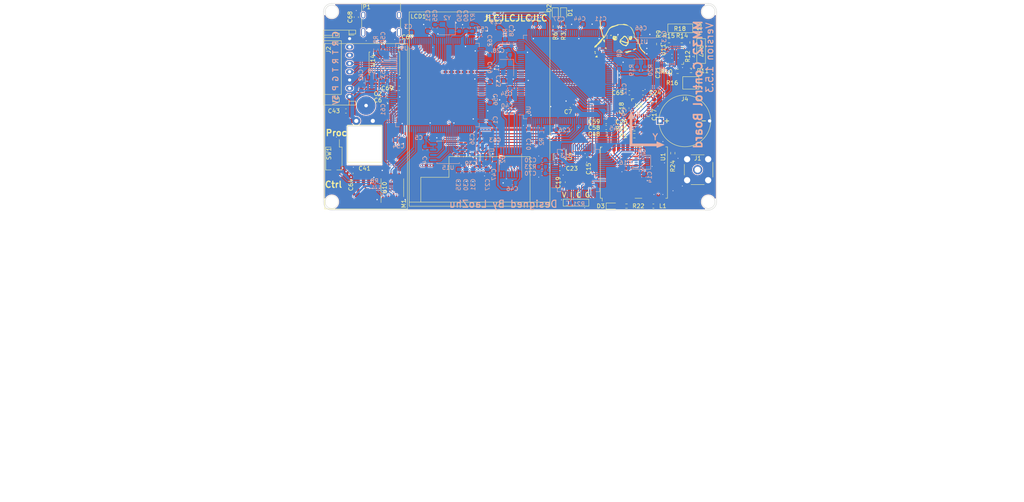
<source format=kicad_pcb>
(kicad_pcb (version 20211014) (generator pcbnew)
  (title_block (title "MM32 Control Board") (date "2022-04-21") (rev "1.5.3"))
  (layers (0 "F.Cu" signal) (1 "In1.Cu" signal) (2 "In2.Cu" signal) (31 "B.Cu" signal) (34 "B.Paste" user) (35 "F.Paste" user) (36 "B.SilkS" user "B.Silkscreen") (37 "F.SilkS" user "F.Silkscreen") (38 "B.Mask" user) (39 "F.Mask" user) (44 "Edge.Cuts" user))
  (net 0 "")
  (net 1 "+3.3VP")
  (net 2 "GND")
  (net 3 "+3.3VA")
  (net 4 "+5V")
  (net 5 "Net-(J4-Pad1)")
  (net 6 "Net-(R24-Pad1)")
  (net 7 "+3.3VADC")
  (net 8 "/Process_MCU/XTAL_OUT")
  (net 9 "/Process_MCU/XTAL_IN")
  (net 10 "/Process_MCU/RST")
  (net 11 "/Control_MCU/XTAL_OUT")
  (net 12 "/Control_MCU/XTAL_IN")
  (net 13 "/Control_MCU/RST")
  (net 14 "/Process_MCU/LED1")
  (net 15 "Net-(D1-Pad2)")
  (net 16 "/Control_MCU/LED1")
  (net 17 "Net-(D2-Pad2)")
  (net 18 "Net-(J1-Pad1)")
  (net 19 "/Power/PWR_RX")
  (net 20 "/Power/PWR_TX")
  (net 21 "Net-(L1-Pad1)")
  (net 22 "/Debugger/SEL")
  (net 39 "/LCD&GPS/GPS_RX")
  (net 40 "/LCD&GPS/GPS_TX")
  (net 41 "/LCD&GPS/T_XP")
  (net 42 "/LCD&GPS/T_YP")
  (net 43 "/LCD&GPS/T_XM")
  (net 44 "/LCD&GPS/T_YM")
  (net 48 "/LCD&GPS/TOUCH_IT")
  (net 49 "/LCD&GPS/TOUCH_MISO")
  (net 51 "/LCD&GPS/TOUCH_MOSI")
  (net 52 "/LCD&GPS/TOUCH_CS")
  (net 53 "/LCD&GPS/TOUCH_CLK")
  (net 54 "Net-(C67-Pad1)")
  (net 56 "/Coprocessor/RST")
  (net 57 "/Coprocessor/LED1")
  (net 58 "Net-(D3-Pad2)")
  (net 60 "/Compass&Storage/EEPROM_SDA")
  (net 61 "/Compass&Storage/EEPROM_SCL")
  (net 62 "Net-(R11-Pad1)")
  (net 63 "Net-(R13-Pad2)")
  (net 64 "/Coprocessor/PC7")
  (net 65 "/Coprocessor/SPI2_NSS")
  (net 66 "/Coprocessor/SPI2_MOSI")
  (net 67 "/Coprocessor/SPI2_MISO")
  (net 68 "/LCD&GPS/LCD_CLK")
  (net 69 "/LCD&GPS/LCD_RST")
  (net 70 "/LCD&GPS/LCD_A0")
  (net 71 "/Coprocessor/SPI2_CLK")
  (net 72 "/LCD&GPS/LCD_MOSI")
  (net 73 "Net-(R11-Pad2)")
  (net 74 "Net-(R12-Pad1)")
  (net 75 "/Debugger/DBG_RX1")
  (net 76 "/Debugger/DBG_TX1")
  (net 77 "/Debugger/SWDIO1")
  (net 78 "/Debugger/SWDCLK1")
  (net 81 "/Coprocessor/PC6")
  (net 82 "/LCD&GPS/LCD_CS")
  (net 85 "/Control_MCU/UART1_TX")
  (net 86 "/Control_MCU/UART1_RX")
  (net 87 "/Control_MCU/SWDIO")
  (net 88 "/Control_MCU/SWDCLK")
  (net 89 "/Debugger/SWDIO")
  (net 90 "/Debugger/SWDCLK")
  (net 91 "/Debugger/DBG_TX")
  (net 92 "/Debugger/DBG_RX")
  (net 98 "/Control_MCU/UART6_RX")
  (net 99 "/Control_MCU/UART6_TX")
  (net 100 "/Control_MCU/TIM3_CH1")
  (net 101 "/Control_MCU/UART7_TX")
  (net 102 "/Control_MCU/UART7_RX")
  (net 111 "/Coprocessor/UART1_RX")
  (net 112 "/Coprocessor/UART1_TX")
  (net 115 "/Coprocessor/SWDIO")
  (net 117 "/Coprocessor/SWDCLK")
  (net 127 "/Compass&Storage/Compass_CS")
  (net 128 "/Compass&Storage/Compass_CLK")
  (net 129 "/Compass&Storage/Compass_MISO")
  (net 130 "/Compass&Storage/Compass_MOSI")
  (net 133 "Net-(R2-Pad2)")
  (net 134 "Net-(R5-Pad2)")
  (net 135 "Net-(R9-Pad1)")
  (net 136 "Net-(R10-Pad1)")
  (net 137 "Net-(R10-Pad2)")
  (net 138 "Net-(R12-Pad2)")
  (net 139 "Net-(R13-Pad1)")
  (net 140 "Net-(R14-Pad1)")
  (net 141 "Net-(R14-Pad2)")
  (net 142 "Net-(R15-Pad1)")
  (net 143 "Net-(R15-Pad2)")
  (net 144 "Net-(R21-Pad2)")
  (net 217 "/Control_MCU/PF1")
  (net 218 "/Control_MCU/PF2")
  (net 258 "Net-(P1-PadA6)")
  (net 259 "Net-(P1-PadA7)")
  (net 333 "Net-(C24-Pad1)")
  (net 334 "Net-(C25-Pad1)")
  (net 343 "/Coprocessor/IIC_SDA")
  (net 344 "/Coprocessor/IIC_CLK")
  (net 350 "/Control_MCU/SPI3_CLK")
  (net 351 "/Control_MCU/SPI3_MISO")
  (net 352 "/Control_MCU/SPI3_MOSI")
  (net 353 "/Control_MCU/SPI3_NSS")
  (net 356 "/Control_MCU/PE6")
  (net 357 "/Control_MCU/PF0")
  (net 359 "/Control_MCU/PF10")
  (net 360 "/Control_MCU/PF9")
  (net 361 "/Control_MCU/PF8")
  (net 362 "/Control_MCU/PF7")
  (net 363 "/Control_MCU/PF6")
  (net 364 "/Control_MCU/PF5")
  (net 365 "/Control_MCU/PF4")
  (net 366 "/Control_MCU/PF3")
  (net 367 "/Control_MCU/PC0")
  (footprint "ControlBoard:C_0603_1608Metric" (layer "F.Cu") (at 177.2298 97.9266 -90)
    (fp_text reference "C18")
    (fp_text value "100nF")
  )
  (footprint "ControlBoard:R_0603_1608Metric" (layer "F.Cu") (at 192.7298 88.8266 180)
    (fp_text reference "R11")
    (fp_text value "121R")
  )
  (footprint "ControlBoard:C_0603_1608Metric" (layer "F.Cu") (at 168.0298 109.8266 -90)
    (fp_text reference "C15")
    (fp_text value "100nF")
  )
  (footprint "ControlBoard:Gernic_Debugger" (layer "F.Cu") (at 124.205 122.314 90)
    (fp_text reference "M1")
    (fp_text value "Debugger")
  )
  (footprint "ControlBoard:R_0603_1608Metric" (layer "F.Cu") (at 192.9798 82.0516 -90)
    (fp_text reference "R13")
    (fp_text value "121R")
  )
  (footprint "ControlBoard:JST_PH_S8B-PH-K_1x08_P2.00mm_Horizontal" (layer "F.Cu") (at 110.2222 81.1266 -90)
    (fp_text reference "J2")
    (fp_text value "Conn_01x08")
  )
  (footprint "ControlBoard:C_0603_1608Metric" (layer "F.Cu") (at 161.8298 115.8516 90)
    (fp_text reference "C19")
    (fp_text value "100nF")
  )
  (footprint "LOGO" (layer "F.Cu") (at 175.5298 81.2266)
    (fp_text reference "G***" hide)
    (fp_text value "LOGO" hide)
  )
  (footprint "ControlBoard:R_0603_1608Metric" (layer "F.Cu") (at 179.0298 104.6266)
    (fp_text reference "R1")
    (fp_text value "10kR")
  )
  (footprint "ControlBoard:C_0603_1608Metric" (layer "F.Cu") (at 172.2298 104.1968 180)
    (fp_text reference "C48")
    (fp_text value "100nF")
  )
  (footprint "ControlBoard:SWD_Connector" (layer "F.Cu") (at 161.8133 121.8968)
    (fp_text reference "J3" hide)
    (fp_text value "Conn_01x04")
  )
  (footprint "ControlBoard:SOT-23-5" (layer "F.Cu") (at 161.0298 109.7266 -90)
    (fp_text reference "U4")
    (fp_text value "HX9193")
  )
  (footprint "ControlBoard:C_0603_1608Metric" (layer "F.Cu") (at 119.3298 94.5266)
    (fp_text reference "C2")
    (fp_text value "100nF")
  )
  (footprint "ControlBoard:R_0603_1608Metric" (layer "F.Cu") (at 190.5048 81.6266 180)
    (fp_text reference "R14")
    (fp_text value "121R")
  )
  (footprint "ControlBoard:R_0603_1608Metric" (layer "F.Cu") (at 179.0298 102.9266)
    (fp_text reference "R25")
    (fp_text value "10kR")
  )
  (footprint "ControlBoard:R_0603_1608Metric" (layer "F.Cu") (at 161.9298 78.1871 90)
    (fp_text reference "R3")
    (fp_text value "1kR")
  )
  (footprint "ControlBoard:C_0603_1608Metric" (layer "F.Cu") (at 161.0298 112.5266 180)
    (fp_text reference "C23")
    (fp_text value "100nF")
  )
  (footprint "ControlBoard:C_0603_1608Metric" (layer "F.Cu") (at 111.8298 75.9266 90)
    (fp_text reference "C68")
    (fp_text value "10uF")
  )
  (footprint "ControlBoard:C_0603_1608Metric" (layer "F.Cu") (at 163.9298 97.4266 135)
    (fp_text reference "C7")
    (fp_text value "100nF")
  )
  (footprint "ControlBoard:LED_0603_1608Metric" (layer "F.Cu") (at 173.7048 121.6266)
    (fp_text reference "D3")
    (fp_text value "LED")
  )
  (footprint "ControlBoard:BAT_CR1220" (layer "F.Cu") (at 185.2298 101.0266)
    (fp_text reference "J4")
    (fp_text value "BAT_CR1220")
  )
  (footprint "ControlBoard:SW_DIP_SPSTx02_Slide_Copal_CHS-02B_W7.62mm_P1.27mm" (layer "F.Cu") (at 106.4298 110.1266 -90)
    (fp_text reference "SW1")
    (fp_text value "SW_DIP_x02")
  )
  (footprint "ControlBoard:R_0603_1608Metric" (layer "F.Cu") (at 159.9298 78.1683 90)
    (fp_text reference "R6")
    (fp_text value "1kR")
  )
  (footprint "ControlBoard:L_0603_1608Metric" (layer "F.Cu") (at 183.6298 121.6266)
    (fp_text reference "L1")
    (fp_text value "39nH")
  )
  (footprint "ControlBoard:R_0603_1608Metric" (layer "F.Cu") (at 192.9798 85.4516 90)
    (fp_text reference "R12")
    (fp_text value "121R")
  )
  (footprint "ControlBoard:QFN-28-1EP_4x4mm_P0.4mm_EP2.4x2.4mm" (layer "F.Cu") (at 188.8298 85.2266 90)
    (fp_text reference "U11")
    (fp_text value "RM3100_13156")
  )
  (footprint "ControlBoard:PN13104" (layer "F.Cu") (at 195.2298 81.2266 -90)
    (fp_text reference "R17")
    (fp_text value "PN13104(XY)")
  )
  (footprint "ControlBoard:R_0603_1608Metric" (layer "F.Cu") (at 188.3298 108.8266 90)
    (fp_text reference "R24")
    (fp_text value "1kR")
  )
  (footprint "ControlBoard:TSSOP-16_4.4x5mm_P0.65mm" (layer "F.Cu") (at 120.5484 117.1918 90)
    (fp_text reference "U10")
    (fp_text value "CH440R")
  )
  (footprint "ControlBoard:C_0603_1608Metric" (layer "F.Cu") (at 109.3298 98.6266 180)
    (fp_text reference "C43")
    (fp_text value "100nF")
  )
  (footprint "ControlBoard:ublox_NEO" (layer "F.Cu") (at 178.9298 113.5266 90)
    (fp_text reference "U1")
    (fp_text value "TAU1201")
  )
  (footprint "ControlBoard:LED_0603_1608Metric" (layer "F.Cu") (at 161.9298 75.139101 -90)
    (fp_text reference "D1")
    (fp_text value "LED")
  )
  (footprint "ControlBoard:R_0603_1608Metric" (layer "F.Cu") (at 187.4298 81.6266)
    (fp_text reference "R15")
    (fp_text value "121R")
  )
  (footprint "ControlBoard:C_0603_1608Metric" (layer "F.Cu") (at 172.2298 102.6266 180)
    (fp_text reference "C58")
    (fp_text value "100nF")
  )
  (footprint "ControlBoard:C_0603_1608Metric" (layer "F.Cu") (at 122.2298 93.1266)
    (fp_text reference "C69")
    (fp_text value "100nF")
  )
  (footprint "Sensor_Motion:InvenSense_QFN-24_4x4mm_P0.5mm" (layer "F.Cu") (at 180.5298 97.8266 180)
    (fp_text reference "U5")
    (fp_text value "MPU-6050")
  )
  (footprint "Package_SO:SSOP-20_5.3x7.2mm_P0.65mm" (layer "F.Cu") (at 118.6298 87.1266 -90)
    (fp_text reference "U14")
    (fp_text value "CH372C")
  )
  (footprint "ControlBoard:USB_C_Receptacle_HRO_TYPE-C-31-M-12" (layer "F.Cu") (at 117.8298 76.4666 180)
    (fp_text reference "P1")
    (fp_text value "USB_C_Plug_USB2.0")
  )
  (footprint "ControlBoard:C_0603_1608Metric" (layer "F.Cu") (at 110.5298 113.7266 90)
    (fp_text reference "C64")
    (fp_text value "100nF")
  )
  (footprint "ControlBoard:C_0603_1608Metric" (layer "F.Cu") (at 183.8298 96.6266 -90)
    (fp_text reference "C17")
    (fp_text value "100nF")
  )
  (footprint "ControlBoard:Cap_SinkBoard" (layer "F.Cu") (at 111.8298 101.0266)
    (fp_text reference "C41")
    (fp_text value "680uF")
  )
  (footprint "ControlBoard:LED_0603_1608Metric" (layer "F.Cu") (at 159.9298 75.1391 -90)
    (fp_text reference "D2")
    (fp_text value "LED")
  )
  (footprint "ControlBoard:C_0603_1608Metric" (layer "F.Cu") (at 119.3298 96.0266)
    (fp_text reference "C6")
    (fp_text value "100nF")
  )
  (footprint "ControlBoard:PN13104" (layer "F.Cu") (at 187.2298 78.5766)
    (fp_text reference "R18")
    (fp_text value "PN13104(XY)")
  )
  (footprint "ControlBoard:R_0603_1608Metric" (layer "F.Cu") (at 177.1298 121.6266 180)
    (fp_text reference "R22")
    (fp_text value "1kR")
  )
  (footprint "ControlBoard:C_0603_1608Metric" (layer "F.Cu") (at 172.2298 101.1742 180)
    (fp_text reference "C59")
    (fp_text value "100nF")
  )
  (footprint "ControlBoard:C_0603_1608Metric" (layer "F.Cu") (at 184.8298 86.5266 -90)
    (fp_text reference "C21")
    (fp_text value "100nF")
  )
  (footprint "ControlBoard:TFT-LCD1.8inch" (layer "F.Cu") (at 124.6304 121.8688)
    (fp_text reference "LCD1")
    (fp_text value "1.8inch-TFT-LCD")
  )
  (footprint "ControlBoard:R_0603_1608Metric" (layer "F.Cu") (at 189.4798 89.0266)
    (fp_text reference "R10")
    (fp_text value "121R")
  )
  (footprint "ControlBoard:C_0603_1608Metric" (layer "F.Cu") (at 181.1298 94.2266)
    (fp_text reference "C24")
    (fp_text value "100nF")
  )
  (footprint "ControlBoard:C_0603_1608Metric" (layer "F.Cu") (at 123.6298 81.9266)
    (fp_text reference "C67")
    (fp_text value "100nF")
  )
  (footprint "ControlBoard:PN13101" (layer "F.Cu") (at 194.0298 91.8266 180)
    (fp_text reference "R16")
    (fp_text value "PN13101(Z)")
  )
  (footprint "ControlBoard:C_0603_1608Metric" (layer "F.Cu") (at 179.0298 101.3266 180)
    (fp_text reference "C25")
    (fp_text value "2.2nF")
  )
  (footprint "ControlBoard:R_0603_1608Metric" (layer "F.Cu") (at 184.9298 82.4266 90)
    (fp_text reference "R9")
    (fp_text value "33kR")
  )
  (footprint "ControlBoard:SMA_Molex_73251-2200_Horizontal" (layer "F.Cu") (at 194.3298 112.8266 -90)
    (fp_text reference "J1")
    (fp_text value "ANT")
  )
  (footprint "ControlBoard:C_0603_1608Metric" (layer "F.Cu") (at 177.8298 94.2266 180)
    (fp_text reference "C65")
    (fp_text value "4.7uF")
  )
  (footprint "ControlBoard:R_0603_1608Metric" (layer "B.Cu") (at 116.2558 116.8108)
    (fp_text reference "R8")
    (fp_text value "10kR")
  )
  (footprint "ControlBoard:C_0603_1608Metric" (layer "B.Cu") (at 175.2092 93.265 -90)
    (fp_text reference "C12")
    (fp_text value "100nF")
  )
  (footprint "ControlBoard:C_0603_1608Metric" (layer "B.Cu") (at 118.3187 95.3608 -90)
    (fp_text reference "C61")
    (fp_text value "100nF")
  )
  (footprint "ControlBoard:C_0603_1608Metric" (layer "B.Cu") (at 170.8404 77.5932 180)
    (fp_text reference "C11")
    (fp_text value "100nF")
  )
  (footprint "ControlBoard:C_0603_1608Metric" (layer "B.Cu") (at 148.209 85.0608 180)
    (fp_text reference "C28")
    (fp_text value "18pF")
  )
  (footprint "ControlBoard:R_0603_1608Metric" (layer "B.Cu") (at 162.8048 120.9266)
    (fp_text reference "R21")
    (fp_text value "10kR")
  )
  (footprint "ControlBoard:SOP-8_3.9x4.9mm_P1.27mm" (layer "B.Cu") (at 180.848 83.486 180)
    (fp_text reference "U12")
    (fp_text value "AT24C02")
  )
  (footprint "ControlBoard:C_0603_1608Metric" (layer "B.Cu") (at 165.8366 77.644 180)
    (fp_text reference "C44")
    (fp_text value "22uF")
  )
  (footprint "ControlBoard:R_0603_1608Metric" (layer "B.Cu") (at 156.6298 103.7266 90)
    (fp_text reference "R2")
    (fp_text value "10kR")
  )
  (footprint "ControlBoard:LGA-16-3.35mm_3.53mm" (layer "B.Cu") (at 179.4798 110.0266)
    (fp_text reference "U3")
    (fp_text value "ADXL350BCEZ")
  )
  (footprint "ControlBoard:C_0603_1608Metric" (layer "B.Cu") (at 149.5806 115.9726 180)
    (fp_text reference "C46")
    (fp_text value "22uF")
  )
  (footprint "ControlBoard:C_0603_1608Metric" (layer "B.Cu") (at 129.1336 78.533 90)
    (fp_text reference "C51")
    (fp_text value "100nF")
  )
  (footprint "ControlBoard:C_0603_1608Metric" (layer "B.Cu") (at 175.2092 98.9038 90)
    (fp_text reference "C9")
    (fp_text value "100nF")
  )
  (footprint "ControlBoard:SOT-23-5" (layer "B.Cu") (at 142.3298 108.5266 -90)
    (fp_text reference "U7")
    (fp_text value "HX9193")
  )
  (footprint "ControlBoard:C_0603_1608Metric" (layer "B.Cu") (at 136.745734 78.5332 90)
    (fp_text reference "C50")
    (fp_text value "18pF")
  )
  (footprint "ControlBoard:C_0603_1608Metric" (layer "B.Cu") (at 118.3187 92.1096 -90)
    (fp_text reference "C53")
    (fp_text value "100nF")
  )
  (footprint "ControlBoard:C_0603_1608Metric" (layer "B.Cu") (at 181.3298 114.6266 -90)
    (fp_text reference "C14")
    (fp_text value "100nF")
  )
  (footprint "ControlBoard:SOT-23-5" (layer "B.Cu") (at 115.5954 91.4616 90)
    (fp_text reference "U8")
    (fp_text value "HX9193")
  )
  (footprint "ControlBoard:C_0603_1608Metric" (layer "B.Cu") (at 159.3298 103.2266 180)
    (fp_text reference "C26")
    (fp_text value "100nF")
  )
  (footprint "ControlBoard:LQFP-144_20x20mm_P0.5mm" (layer "B.Cu") (at 162.3314 90.406734)
    (fp_text reference "U6")
    (fp_text value "MM32F3277G9P")
  )
  (footprint "ControlBoard:C_0603_1608Metric" (layer "B.Cu") (at 122.047 105.6602)
    (fp_text reference "C54")
    (fp_text value "100nF")
  )
  (footprint "ControlBoard:C_0603_1608Metric" (layer "B.Cu") (at 129.4439 105.0636)
    (fp_text reference "C5")
    (fp_text value "100nF")
  )
  (footprint "ControlBoard:C_0603_1608Metric" (layer "B.Cu") (at 185.5298 87.5266 180)
    (fp_text reference "C22")
    (fp_text value "22uF")
  )
  (footprint "ControlBoard:C_0603_1608Metric" (layer "B.Cu") (at 130.852934 78.5332 -90)
    (fp_text reference "C55")
    (fp_text value "18pF")
  )
  (footprint "ControlBoard:C_0603_1608Metric" (layer "B.Cu") (at 156.7298 110.5266 180)
    (fp_text reference "C20")
    (fp_text value "100nF")
  )
  (footprint "ControlBoard:C_0603_1608Metric" (layer "B.Cu") (at 142.4298 105.6266)
    (fp_text reference "C63")
    (fp_text value "10uF")
  )
  (footprint "ControlBoard:R_0603_1608Metric" (layer "B.Cu") (at 179.6796 88.7946 90)
    (fp_text reference "R19")
    (fp_text value "10kR")
  )
  (footprint "ControlBoard:C_0603_1608Metric" (layer "B.Cu") (at 160.8328 77.6186 180)
    (fp_text reference "C37")
    (fp_text value "100nF")
  )
  (footprint "ControlBoard:C_0603_1608Metric" (layer "B.Cu") (at 128.4298 108.0266 -90)
    (fp_text reference "C4")
    (fp_text value "100nF")
  )
  (footprint "ControlBoard:LQFP-144_20x20mm_P0.5mm" (layer "B.Cu") (at 131.4505 92.3382 -90)
    (fp_text reference "U9")
    (fp_text value "MM32F3277G9P")
  )
  (footprint "ControlBoard:C_0603_1608Metric" (layer "B.Cu") (at 138.3538 113.5342 -90)
    (fp_text reference "C30")
    (fp_text value "100nF")
  )
  (footprint "Package_QFP:LQFP-64_10x10mm_P0.5mm" (layer "B.Cu") (at 165.5298 113.0266)
    (fp_text reference "U13")
    (fp_text value "MM32SPIN27PS")
  )
  (footprint "ControlBoard:C_0603_1608Metric" (layer "B.Cu") (at 180.6298 79.8266)
    (fp_text reference "C66")
    (fp_text value "100nF")
  )
  (footprint "ControlBoard:C_0603_1608Metric" (layer "B.Cu") (at 142.2654 80.1332)
    (fp_text reference "C57")
    (fp_text value "100nF")
  )
  (footprint "ControlBoard:C_0603_1608Metric" (layer "B.Cu") (at 175.3616 87.6008 90)
    (fp_text reference "C8")
    (fp_text value "100nF")
  )
  (footprint "ControlBoard:C_0603_1608Metric" (layer "B.Cu") (at 153.5298 103.7266 -90)
    (fp_text reference "C10")
    (fp_text value "100nF")
  )
  (footprint "ControlBoard:C_0603_1608Metric" (layer "B.Cu") (at 174.4298 101.3266 180)
    (fp_text reference "C45")
    (fp_text value "100nF")
  )
  (footprint "ControlBoard:C_0603_1608Metric" (layer "B.Cu") (at 154.3558 77.517 180)
    (fp_text reference "C32")
    (fp_text value "100nF")
  )
  (footprint "ControlBoard:C_0603_1608Metric" (layer "B.Cu") (at 142.3298 111.3266)
    (fp_text reference "C39")
    (fp_text value "100nF")
  )
  (footprint "ControlBoard:C_0603_1608Metric" (layer "B.Cu") (at 148.209 95.8558 180)
    (fp_text reference "C40")
    (fp_text value "100nF")
  )
  (footprint "ControlBoard:C_0603_1608Metric" (layer "B.Cu") (at 186.2298 83.4266 90)
    (fp_text reference "C13")
    (fp_text value "100nF")
  )
  (footprint "ControlBoard:C_0603_1608Metric" (layer "B.Cu") (at 139.8298 108.3266 90)
    (fp_text reference "C36")
    (fp_text value "100nF")
  )
  (footprint "ControlBoard:C_0603_1608Metric" (layer "B.Cu") (at 145.1356 111.0704 -90)
    (fp_text reference "C47")
    (fp_text value "100nF")
  )
  (footprint "ControlBoard:TSSOP-16_4.4x5mm_P0.65mm" (layer "B.Cu") (at 149.0726 111.1212 90)
    (fp_text reference "U2")
    (fp_text value "XPT2046TS")
  )
  (footprint "ControlBoard:Crystal_SMD_3225-4Pin_3.2x2.5mm" (layer "B.Cu") (at 133.7818 78.5584 180)
    (fp_text reference "Y2")
    (fp_text value "8MHz")
  )
  (footprint "ControlBoard:C_0603_1608Metric" (layer "B.Cu") (at 140.081 113.5212 -90)
    (fp_text reference "C31")
    (fp_text value "100nF")
  )
  (footprint "ControlBoard:C_0603_1608Metric" (layer "B.Cu") (at 148.2344 91.364134)
    (fp_text reference "C33")
    (fp_text value "18pF")
  )
  (footprint "ControlBoard:C_0603_1608Metric" (layer "B.Cu") (at 118.3187 83.8292 -90)
    (fp_text reference "C52")
    (fp_text value "100nF")
  )
  (footprint "Package_SO:SOIC-8_5.23x5.23mm_P1.27mm" (layer "B.Cu") (at 134.0298 108.6266 180)
    (fp_text reference "U15")
    (fp_text value "W25Q64")
  )
  (footprint "ControlBoard:C_0603_1608Metric" (layer "B.Cu") (at 144.1505 100.8218 90)
    (fp_text reference "C1")
    (fp_text value "100nF")
  )
  (footprint "ControlBoard:C_0603_1608Metric" (layer "B.Cu") (at 144.0434 84.375 90)
    (fp_text reference "C62")
    (fp_text value "100nF")
  )
  (footprint "ControlBoard:C_0603_1608Metric" (layer "B.Cu") (at 143.5862 113.5218 -90)
    (fp_text reference "C27")
    (fp_text value "100nF")
  )
  (footprint "ControlBoard:C_0603_1608Metric" (layer "B.Cu") (at 112.9298 92.9266 90)
    (fp_text reference "C42")
    (fp_text value "10uF")
  )
  (footprint "ControlBoard:C_0603_1608Metric" (layer "B.Cu") (at 136.5504 113.5342 -90)
    (fp_text reference "C35")
    (fp_text value "100nF")
  )
  (footprint "ControlBoard:Crystal_SMD_3225-4Pin_3.2x2.5mm" (layer "B.Cu") (at 148.209 88.163734 -90)
    (fp_text reference "Y1")
    (fp_text value "8MHz")
  )
  (footprint "ControlBoard:C_0603_1608Metric" (layer "B.Cu") (at 149.3298 82.1266 90)
    (fp_text reference "C38")
    (fp_text value "100nF")
  )
  (footprint "ControlBoard:C_0603_1608Metric" (layer "B.Cu") (at 145.5298 78.406 180)
    (fp_text reference "C29")
    (fp_text value "100nF")
  )
  (footprint "ControlBoard:R_0603_1608Metric" (layer "B.Cu") (at 156.7298 112.1266)
    (fp_text reference "R23")
    (fp_text value "10kR")
  )
  (footprint "ControlBoard:C_0603_1608Metric" (layer "B.Cu") (at 176.8298 112.4266 180)
    (fp_text reference "C16")
    (fp_text value "100nF")
  )
  (footprint "ControlBoard:R_0603_1608Metric" (layer "B.Cu") (at 116.5606 83.8162 -90)
    (fp_text reference "R5")
    (fp_text value "10kR")
  )
  (footprint "ControlBoard:C_0603_1608Metric" (layer "B.Cu") (at 144.1505 95.8434 90)
    (fp_text reference "C56")
    (fp_text value "100nF")
  )
  (footprint "ControlBoard:R_0603_1608Metric" (layer "B.Cu") (at 181.5846 88.7946 90)
    (fp_text reference "R20")
    (fp_text value "10kR")
  )
  (footprint "ControlBoard:C_0603_1608Metric" (layer "B.Cu") (at 156.7298 113.7266 180)
    (fp_text reference "C70")
    (fp_text value "100nF")
  )
  (footprint "ControlBoard:C_0603_1608Metric" (layer "B.Cu") (at 144.1505 90.8396 90)
    (fp_text reference "C49")
    (fp_text value "100nF")
  )
  (footprint "ControlBoard:C_0603_1608Metric" (layer "B.Cu") (at 124.4147 79.6252 180)
    (fp_text reference "C3")
    (fp_text value "100nF")
  )
  (footprint "ControlBoard:R_0603_1608Metric" (layer "B.Cu") (at 147.7298 82.1266 -90)
    (fp_text reference "R4")
    (fp_text value "10kR")
  )
  (footprint "ControlBoard:C_0603_1608Metric" (layer "B.Cu") (at 148.209 93.0872 180)
    (fp_text reference "C34")
    (fp_text value "100nF")
  )
  (footprint "ControlBoard:R_0603_1608Metric" (layer "B.Cu") (at 139.8856 78.494 -90)
    (fp_text reference "R7")
    (fp_text value "10kR")
  )
  (footprint "ControlBoard:C_0603_1608Metric" (layer "B.Cu") (at 138.3362 78.5448 90)
    (fp_text reference "C60")
    (fp_text value "100nF")
  )
  (gr_rect (start 177.9798 100.276601) (end 178.4798 107.076601) (layer "B.SilkS") (width 0.15) (fill solid))
  (gr_poly (pts (xy 186.1798 106.826601) (xy 184.4798 107.476601) (xy 184.4798 106.076601)) (layer "B.SilkS") (width 0.15) (fill solid))
  (gr_poly (pts (xy 178.279801 98.776601) (xy 178.929799 100.476601) (xy 177.5298 100.476601)) (layer "B.SilkS") (width 0.15) (fill solid))
  (gr_poly (pts (xy 177.9798 107.0766) (xy 177.9798 106.576601) (xy 184.7798 106.576601) (xy 184.7798 107.0766)) (layer "B.SilkS") (width 0.15) (fill solid))
  (gr_line (start 196.9078 72.6124) (end 105.9078 72.6124) (layer "Edge.Cuts") (width 0.1))
  (gr_line (start 103.9078 74.6124) (end 103.9078 120.6124) (layer "Edge.Cuts") (width 0.1))
  (gr_arc (start 103.9078 74.6124) (mid 104.493586 73.198186) (end 105.9078 72.6124) (layer "Edge.Cuts") (width 0.1))
  (gr_circle (center 105.9078 120.6124) (end 107.5078 120.6124) (layer "Edge.Cuts") (width 0.1) (fill none))
  (gr_circle (center 196.9078 120.6124) (end 198.5078 120.6124) (layer "Edge.Cuts") (width 0.1) (fill none))
  (gr_arc (start 196.9078 72.6124) (mid 198.322014 73.198186) (end 198.9078 74.6124) (layer "Edge.Cuts") (width 0.1))
  (gr_arc (start 198.9078 120.6124) (mid 198.322014 122.026614) (end 196.9078 122.6124) (layer "Edge.Cuts") (width 0.1))
  (gr_circle (center 105.9078 74.6124) (end 107.5078 74.6124) (layer "Edge.Cuts") (width 0.1) (fill none))
  (gr_line (start 198.9078 120.6124) (end 198.9078 74.6124) (layer "Edge.Cuts") (width 0.1))
  (gr_circle (center 196.9078 74.6124) (end 198.5078 74.6124) (layer "Edge.Cuts") (width 0.1) (fill none))
  (gr_line (start 105.9078 122.6124) (end 196.9078 122.6124) (layer "Edge.Cuts") (width 0.1))
  (gr_rect locked (start 109.6798 102.3266) (end 117.9798 111.6266) (layer "Edge.Cuts") (width 0.1) (fill none))
  (gr_arc (start 105.9078 122.6124) (mid 104.493586 122.026614) (end 103.9078 120.6124) (layer "Edge.Cuts") (width 0.1))
  (gr_text "MM32 Control Board" (at 194.4298 92.2266 90) (layer "B.SilkS") (effects (font (size 2 2) (thickness 0.4)) (justify mirror)))
  (gr_text "Y" (at 184.0798 104.9266) (layer "B.SilkS") (effects (font (size 1.5 1.5) (thickness 0.25)) (justify mirror)))
  (gr_text "Designed By LaoZhu" (at 147.3708 121.1326) (layer "B.SilkS") (effects (font (size 1.7 1.7) (thickness 0.25)) (justify mirror)))
  (gr_text "G R T R T G P 5V" (at 106.8298 88.2266 90) (layer "B.SilkS") (effects (font (size 1.3 1.3) (thickness 0.25)) (justify mirror)))
  (gr_text "X" (at 179.9798 99.3266) (layer "B.SilkS") (effects (font (size 1.5 1.5) (thickness 0.25)) (justify mirror)))
  (gr_text "Version 1.5.3" (at 197.2298 85.7266 90) (layer "B.SilkS") (effects (font (size 1.7 1.7) (thickness 0.25)) (justify mirror)))
  (gr_text "Ctrl" (at 106.3298 116.4266) (layer "F.SilkS") (effects (font (size 1.5 1.5) (thickness 0.3))))
  (gr_text "JLCJLCJLCJLC" (at 150.2918 76.1746) (layer "F.SilkS") (effects (font (size 1.5 1.5) (thickness 0.3))))
  (gr_text "Proc" (at 107.0298 103.9266) (layer "F.SilkS") (effects (font (size 1.5 1.5) (thickness 0.3))))
  (gr_text "V I C G" (at 164.9298 118.9266) (layer "F.SilkS") (effects (font (size 1.2 1.2) (thickness 0.2))))
  (segment (start 165.2988 89.1956) (end 173.0298 96.9266) (width 0.5) (layer "F.Cu") (net 1))
  (segment (start 138.8418 89.1956) (end 137.1654 89.1956) (width 0.5) (layer "F.Cu") (net 1))
  (segment (start 173.0298 96.9266) (end 173.0298 107.5266) (width 0.5) (layer "F.Cu") (net 1))
  (segment (start 134.0666 89.1956) (end 132.7458 89.1956) (width 0.5) (layer "F.Cu") (net 1))
  (segment (start 137.1654 89.1956) (end 135.616 89.1956) (width 0.5) (layer "F.Cu") (net 1))
  (segment (start 118.5548 94.5266) (end 118.5548 96.0266) (width 0.5) (layer "F.Cu") (net 1))
  (segment (start 140.442 89.1956) (end 138.8418 89.1956) (width 0.5) (layer "F.Cu") (net 1))
  (segment (start 117.3226 94.5266) (end 118.9298 94.5266) (width 0.5) (layer "F.Cu") (net 1))
  (segment (start 140.442 89.1956) (end 165.2988 89.1956) (width 0.5) (layer "F.Cu") (net 1))
  (segment (start 118.4064 94.5266) (end 117.3226 93.4428) (width 0.5) (layer "F.Cu") (net 1))
  (segment (start 135.616 89.1956) (end 134.0666 89.1956) (width 0.5) (layer "F.Cu") (net 1))
  (segment (start 118.5548 94.5266) (end 118.4064 94.5266) (width 0.5) (layer "F.Cu") (net 1))
  (via (at 129.9298 79.6266) (size 0.6) (drill 0.3) (layers "F.Cu" "B.Cu") (net 1))
  (via (at 140.843 80.1332) (size 0.45) (drill 0.2) (layers "F.Cu" "B.Cu") (net 1))
  (via (at 143.1983 101.0882) (size 0.6) (drill 0.3) (layers "F.Cu" "B.Cu") (net 1))
  (via (at 134.2298 101.4266) (size 0.6) (drill 0.3) (layers "F.Cu" "B.Cu") (net 1))
  (via (at 118.9298 94.5266) (size 0.6) (drill 0.3) (layers "F.Cu" "B.Cu") (net 1))
  (via (at 141.5034 79.1426) (size 0.45) (drill 0.2) (layers "F.Cu" "B.Cu") (net 1))
  (via (at 143.4262 91.0882) (size 0.6) (drill 0.3) (layers "F.Cu" "B.Cu") (net 1))
  (via (at 135.616 89.1956) (size 0.6) (drill 0.3) (layers "F.Cu" "B.Cu") (net 1))
  (via (at 117.3226 93.4428) (size 0.45) (drill 0.2) (layers "F.Cu" "B.Cu") (net 1))
  (via (at 138.5824 80.3618) (size 0.45) (drill 0.2) (layers "F.Cu" "B.Cu") (net 1))
  (via (at 137.1654 89.1956) (size 0.6) (drill 0.3) (layers "F.Cu" "B.Cu") (net 1))
  (via (at 132.7458 89.1956) (size 0.6) (drill 0.3) (layers "F.Cu" "B.Cu") (net 1))
  (via (at 122.6298 83.3266) (size 0.45) (drill 0.2) (layers "F.Cu" "B.Cu") (net 1))
  (via (at 140.442 89.1956) (size 0.6) (drill 0.3) (layers "F.Cu" "B.Cu") (net 1))
  (via (at 143.3538 96.0882) (size 0.6) (drill 0.3) (layers "F.Cu" "B.Cu") (net 1))
  (via (at 134.0666 89.1956) (size 0.6) (drill 0.3) (layers "F.Cu" "B.Cu") (net 1))
  (via (at 125.2005 80.4595) (size 0.6) (drill 0.3) (layers "F.Cu" "B.Cu") (net 1))
  (via (at 117.3226 94.5266) (size 0.45) (drill 0.2) (layers "F.Cu" "B.Cu") (net 1))
  (via (at 117.9298 94.0266) (size 0.45) (drill 0.2) (layers "F.Cu" "B.Cu") (net 1))
  (via (at 122.4977 104.4345) (size 0.6) (drill 0.3) (layers "F.Cu" "B.Cu") (net 1))
  (via (at 143.28385 84.65195) (size 0.6) (drill 0.3) (layers "F.Cu" "B.Cu") (net 1))
  (via (at 129.2005 104.2656) (size 0.6) (drill 0.3) (layers "F.Cu" "B.Cu") (net 1))
  (via (at 138.8418 89.1956) (size 0.6) (drill 0.3) (layers "F.Cu" "B.Cu") (net 1))
  (segment (start 151.3476 113.9837) (end 151.3476 114.9806) (width 0.3) (layer "B.Cu") (net 1))
  (segment (start 117.9298 94.1969) (end 118.3187 94.5858) (width 0.5) (layer "B.Cu") (net 1))
  (segment (start 143.6241 91.0882) (end 144.1505 91.6146) (width 0.3) (layer "B.Cu") (net 1))
  (segment (start 134.7005 108.2973) (end 134.7005 103.0007) (width 0.254) (layer "B.Cu") (net 1))
  (segment (start 122.7005 103.0007) (end 122.7005 104.2317) (width 0.3) (layer "B.Cu") (net 1))
  (segment (start 150.3556 115.9726) (end 150.3556 116.6962) (width 0.5) (layer "B.Cu") (net 1))
  (segment (start 125.2005 81.6757) (end 125.2005 80.4595) (width 0.3) (layer "B.Cu") (net 1))
  (segment (start 119.5651 90.0882) (end 118.3187 91.3346) (width 0.3) (layer "B.Cu") (net 1))
  (segment (start 117.9298 94.0266) (end 117.9298 94.1969) (width 0.5) (layer "B.Cu") (net 1))
  (segment (start 117.9298 94.0266) (end 117.9064 94.0266) (width 0.5) (layer "B.Cu") (net 1))
  (segment (start 143.6419 101.0882) (end 144.1505 101.5968) (width 0.3) (layer "B.Cu") (net 1))
  (segment (start 117.3226 94.5266) (end 117.3226 93.4428) (width 0.5) (layer "B.Cu") (net 1))
  (segment (start 129.9298 79.6266) (end 130.7005 80.3973) (width 0.3) (layer "B.Cu") (net 1))
  (segment (start 145.7198 103.1661) (end 144.1505 101.5968) (width 0.5) (layer "B.Cu") (net 1))
  (segment (start 141.5034 79.1426) (end 141.5034 80.1202) (width 0.3) (layer "B.Cu") (net 1))
  (segment (start 142.113 84.5882) (end 143.2201 84.5882) (width 0.3) (layer "B.Cu") (net 1))
  (segment (start 130.7005 80.3973) (end 130.7005 81.6757) (width 0.3) (layer "B.Cu") (net 1))
  (segment (start 142.113 91.0882) (end 143.3939 91.0882) (width 0.3) (layer "B.Cu") (net 1))
  (segment (start 129.2005 103.0007) (end 129.2005 104.2656) (width 0.3) (layer "B.Cu") (net 1))
  (segment (start 143.3538 96.0882) (end 143.6203 96.0882) (width 0.3) (layer "B.Cu") (net 1))
  (segment (start 129.8248 106.7216) (end 130.4298 106.7216) (width 0.3) (layer "B.Cu") (net 1))
  (segment (start 141.5034 78.3044) (end 141.5034 79.1426) (width 0.3) (layer "B.Cu") (net 1))
  (segment (start 117.3226 94.5266) (end 117.3226 91.4338) (width 0.5) (layer "B.Cu") (net 1))
  (segment (start 143.4262 91.0882) (end 143.6241 91.0882) (width 0.3) (layer "B.Cu") (net 1))
  (segment (start 119.5701 95.0882) (end 120.788 95.0882) (width 0.3) (layer "B.Cu") (net 1))
  (segment (start 143.3058 84.6739) (end 143.7441 85.1122) (width 0.3) (layer "B.Cu") (net 1))
  (segment (start 140.868 77.669) (end 141.5034 78.3044) (width 0.3) (layer "B.Cu") (net 1))
  (segment (start 122.3682 83.5882) (end 120.788 83.5882) (width 0.3) (layer "B.Cu") (net 1))
  (segment (start 145.1356 110.2954) (end 145.7198 110.2954) (width 0.5) (layer "B.Cu") (net 1))
  (segment (start 146.06012 110.44552) (end 145.923 110.3084) (width 0.5) (layer "B.Cu") (net 1))
  (segment (start 118.8527 83.5882) (end 118.3187 83.0542) (width 0.3) (layer "B.Cu") (net 1))
  (segment (start 149.5552 117.4966) (end 146.9644 117.4966) (width 0.5) (layer "B.Cu") (net 1))
  (segment (start 145.7198 110.2954) (end 145.7198 103.1661) (width 0.5) (layer "B.Cu") (net 1))
  (segment (start 120.788 83.5882) (end 118.8527 83.5882) (width 0.3) (layer "B.Cu") (net 1))
  (segment (start 119.0085 94.5266) (end 119.5701 95.0882) (width 0.3) (layer "B.Cu") (net 1))
  (segment (start 130.4298 107.4266) (end 130.4298 107.9916) (width 0.254) (layer "B.Cu") (net 1))
  (segment (start 143.6203 96.0882) (end 144.1505 96.6184) (width 0.3) (layer "B.Cu") (net 1))
  (segment (start 140.843 80.1332) (end 141.4904 80.1332) (width 0.3) (layer "B.Cu") (net 1))
  (segment (start 143.28385 84.65195) (end 143.3058 84.6739) (width 0.3) (layer "B.Cu") (net 1))
  (segment (start 139.8856 77.669) (end 140.868 77.669) (width 0.3) (layer "B.Cu") (net 1))
  (segment (start 134.2298 101.4266) (end 134.7005 101.8973) (width 0.3) (layer "B.Cu") (net 1))
  (segment (start 138.7005 81.6757) (end 138.7005 80.2437) (width 0.3) (layer "B.Cu") (net 1))
  (segment (start 117.9064 94.0266) (end 117.3226 93.4428) (width 0.5) (layer "B.Cu") (net 1))
  (segment (start 142.113 101.0882) (end 143.1983 101.0882) (width 0.3) (layer "B.Cu") (net 1))
  (segment (start 122.7005 104.2317) (end 122.4977 104.4345) (width 0.3) (layer "B.Cu") (net 1))
  (segment (start 122.6298 83.3266) (end 122.3682 83.5882) (width 0.3) (layer "B.Cu") (net 1))
  (segment (start 129.9298 79.6266) (end 129.6112 79.308) (width 0.3) (layer "B.Cu") (net 1))
  (segment (start 129.2005 104.2656) (end 129.2005 104.532) (width 0.3) (layer "B.Cu") (net 1))
  (segment (start 128.6689 105.5657) (end 129.8248 106.7216) (width 0.3) (layer "B.Cu") (net 1))
  (segment (start 141.5034 80.1202) (end 141.4904 80.1332) (width 0.3) (layer "B.Cu") (net 1))
  (segment (start 125.2005 79.636) (end 125.1897 79.6252) (width 0.3) (layer "B.Cu") (net 1))
  (segment (start 147.4476 108.2587) (end 147.4476 109.5966) (width 0.3) (layer "B.Cu") (net 1))
  (segment (start 117.3226 91.4338) (end 118.2195 91.4338) (width 0.5) (layer "B.Cu") (net 1))
  (segment (start 118.2195 91.4338) (end 118.3187 91.3346) (width 0.5) (layer "B.Cu") (net 1))
  (segment (start 116.5454 90.3241) (end 116.5454 90.4566) (width 0.5) (layer "B.Cu") (net 1))
  (segment (start 118.8706 94.5858) (end 118.3187 94.5858) (width 0.3) (layer "B.Cu") (net 1))
  (segment (start 128.6048 107.4266) (end 128.4298 107.2516) (width 0.254) (layer "B.Cu") (net 1))
  (segment (start 145.923 110.3084) (end 145.1486 110.3084) (width 0.5) (layer "B.Cu") (net 1))
  (segment (start 138.2005 80.7437) (end 138.5824 80.3618) (width 0.3) (layer "B.Cu") (net 1))
  (segment (start 129.6112 79.308) (end 129.1336 79.308) (width 0.3) (layer "B.Cu") (net 1))
  (segment (start 150.3556 116.6962) (end 149.5552 117.4966) (width 0.5) (layer "B.Cu") (net 1))
  (segment (start 130.4298 106.7216) (end 130.4298 107.4266) (width 0.254) (layer "B.Cu") (net 1))
  (segment (start 128.6689 105.0636) (end 128.6689 105.5657) (width 0.3) (layer "B.Cu") (net 1))
  (segment (start 135.6648 109.2616) (end 134.7005 108.2973) (width 0.254) (layer "B.Cu") (net 1))
  (segment (start 143.1983 101.0882) (end 143.6419 101.0882) (width 0.3) (layer "B.Cu") (net 1))
  (segment (start 145.1486 110.3084) (end 145.1356 110.2954) (width 0.5) (layer "B.Cu") (net 1))
  (segment (start 143.3939 91.0882) (end 143.4262 91.0882) (width 0.3) (layer "B.Cu") (net 1))
  (segment (start 129.2005 104.532) (end 128.6689 105.0636) (width 0.3) (layer "B.Cu") (net 1))
  (segment (start 143.2201 84.5882) (end 143.28385 84.65195) (width 0.3) (layer "B.Cu") (net 1))
  (segment (start 118.9298 94.5266) (end 118.8706 94.5858) (width 0.3) (layer "B.Cu") (net 1))
  (segment (start 146.7358 110.3084) (end 145.923 110.3084) (width 0.3) (layer "B.Cu") (net 1))
  (segment (start 147.4476 109.5966) (end 146.7358 110.3084) (width 0.3) (layer "B.Cu") (net 1))
  (segment (start 138.2005 81.6757) (end 138.2005 80.7437) (width 0.3) (layer "B.Cu") (net 1))
  (segment (start 116.5454 90.4566) (end 117.3226 91.2338) (width 0.5) (layer "B.Cu") (net 1))
  (segment (start 120.788 90.0882) (end 119.5651 90.0882) (width 0.3) (layer "B.Cu") (net 1))
  (segment (start 137.6298 109.2616) (end 135.6648 109.2616) (width 0.254) (layer "B.Cu") (net 1))
  (segment (start 151.3476 114.9806) (end 150.3556 115.9726) (width 0.3) (layer "B.Cu") (net 1))
  (segment (start 138.7005 80.2437) (end 138.811 80.1332) (width 0.3) (layer "B.Cu") (net 1))
  (segment (start 128.6689 105.0636) (end 128.6689 107.0125) (width 0.3) (layer "B.Cu") (net 1))
  (segment (start 117.3226 91.2338) (end 117.3226 91.4338) (width 0.5) (layer "B.Cu") (net 1))
  (segment (start 122.4977 104.4345) (end 121.272 105.6602) (width 0.3) (layer "B.Cu") (net 1))
  (segment (start 138.811 80.1332) (end 140.843 80.1332) (width 0.3) (layer "B.Cu") (net 1))
  (segment (start 128.6689 107.0125) (end 128.4298 107.2516) (width 0.3) (layer "B.Cu") (net 1))
  (segment (start 142.113 96.0882) (end 143.3538 96.0882) (width 0.3) (layer "B.Cu") (net 1))
  (segment (start 146.9644 117.4966) (end 146.06012 116.59232) (width 0.5) (layer "B.Cu") (net 1))
  (segment (start 146.06012 116.59232) (end 146.06012 110.44552) (width 0.5) (layer "B.Cu") (net 1))
  (segment (start 130.4298 107.4266) (end 128.6048 107.4266) (width 0.254) (layer "B.Cu") (net 1))
  (segment (start 125.2005 80.4595) (end 125.2005 79.636) (width 0.3) (layer "B.Cu") (net 1))
  (segment (start 138.5824 80.3618) (end 138.811 80.1332) (width 0.3) (layer "B.Cu") (net 1))
  (segment (start 134.7005 103.0007) (end 134.7005 101.8973) (width 0.3) (layer "B.Cu") (net 1))
  (segment (start 118.9298 94.5266) (end 119.0085 94.5266) (width 0.3) (layer "B.Cu") (net 1))
  (segment (start 188.0298 87.1641) (end 188.0298 86.0266) (width 0.21081) (layer "F.Cu") (net 2))
  (segment (start 188.0298 86.0266) (end 188.8298 85.2266) (width 0.21081) (layer "F.Cu") (net 2))
  (segment (start 188.0298 84.4266) (end 188.8298 85.2266) (width 0.21081) (layer "F.Cu") (net 2))
  (segment (start 189.2298 87.1641) (end 189.2298 85.6266) (width 0.21081) (layer "F.Cu") (net 2))
  (segment (start 187.6298 84.0266) (end 188.8298 85.2266) (width 0.21081) (layer "F.Cu") (net 2))
  (segment (start 188.0298 83.2891) (end 188.0298 84.4266) (width 0.21081) (layer "F.Cu") (net 2))
  (segment (start 188.4298 84.8266) (end 188.8298 85.2266) (width 0.21081) (layer "F.Cu") (net 2))
  (segment (start 189.2298 85.6266) (end 188.8298 85.2266) (width 0.21081) (layer "F.Cu") (net 2))
  (segment (start 186.8923 84.0266) (end 187.6298 84.0266) (width 0.21081) (layer "F.Cu") (net 2))
  (segment (start 188.4298 83.2891) (end 188.4298 84.8266) (width 0.21081) (layer "F.Cu") (net 2))
  (via (at 145.8722 91.3092) (size 0.6) (drill 0.3) (layers "F.Cu" "B.Cu") (net 2))
  (via (at 118.11 113.0008) (size 0.6) (drill 0.3) (layers "F.Cu" "B.Cu") (net 2))
  (via (at 147.3298 116.0266) (size 0.6) (drill 0.3) (layers "F.Cu" "B.Cu") (net 2))
  (via (at 193.2798 83.7266) (size 0.45) (drill 0.2) (layers "F.Cu" "B.Cu") (net 2))
  (via (at 175.0822 80.1332) (size 0.6) (drill 0.3) (layers "F.Cu" "B.Cu") (net 2))
  (via (at 163.4298 103.6266) (size 0.45) (drill 0.2) (layers "F.Cu" "B.Cu") (net 2))
  (via (at 153.3906 91.233) (size 0.6) (drill 0.3) (layers "F.Cu" "B.Cu") (net 2))
  (via (at 119.3298 92.1266) (size 0.45) (drill 0.2) (layers "F.Cu" "B.Cu") (net 2))
  (via (at 184.7298 97.4266) (size 0.45) (drill 0.2) (layers "F.Cu" "B.Cu") (net 2))
  (via (at 123.2154 106.4984) (size 0.6) (drill 0.3) (layers "F.Cu" "B.Cu") (net 2))
  (via (at 190.6798 88.1266) (size 0.45) (drill 0.2) (layers "F.Cu" "B.Cu") (net 2))
  (via (at 182.7784 80.1078) (size 0.6) (drill 0.3) (layers "F.Cu" "B.Cu") (net 2))
  (via (at 144.78 108.9368) (size 0.6) (drill 0.3) (layers "F.Cu" "B.Cu") (net 2))
  (via (at 182.0418 84.8068) (size 0.6) (drill 0.3) (layers "F.Cu" "B.Cu") (net 2))
  (via (at 162.5298 96.2266) (size 0.6) (drill 0.3) (layers "F.Cu" "B.Cu") (net 2))
  (via (at 142.8298 114.3266) (size 0.45) (drill 0.2) (layers "F.Cu" "B.Cu") (net 2))
  (via (at 182.0418 83.486) (size 0.6) (drill 0.3) (layers "F.Cu" "B.Cu") (net 2))
  (via (at 153.2128 84.4258) (size 0.6) (drill 0.3) (layers "F.Cu" "B.Cu") (net 2))
  (via (at 146.6596 84.2734) (size 0.6) (drill 0.3) (layers "F.Cu" "B.Cu") (net 2))
  (via (at 140.0302 115.6932) (size 0.6) (drill 0.3) (layers "F.Cu" "B.Cu") (net 2))
  (via (at 149.7584 90.9028) (size 0.6) (drill 0.3) (layers "F.Cu" "B.Cu") (net 2))
  (via (at 146.2024 87.7786) (size 0.6) (drill 0.3) (layers "F.Cu" "B.Cu") (net 2))
  (via (at 143.1298 111.9266) (size 0.45) (drill 0.2) (layers "F.Cu" "B.Cu") (net 2))
  (via (at 183.7798 118.8266) (size 0.45) (drill 0.2) (layers "F.Cu" "B.Cu") (net 2))
  (via (at 121.1298 81.3266) (size 0.45) (drill 0.2) (layers "F.Cu" "B.Cu") (net 2))
  (via (at 146.4818 95.932) (size 0.6) (drill 0.3) (layers "F.Cu" "B.Cu") (net 2))
  (via (at 176.2298 93.7266) (size 0.6) (drill 0.3) (layers "F.Cu" "B.Cu") (net 2))
  (via (at 165.5298 102.6266) (size 0.45) (drill 0.2) (layers "F.Cu" "B.Cu") (net 2))
  (via (at 168.8338 77.6186) (size 0.6) (drill 0.3) (layers "F.Cu" "B.Cu") (net 2))
  (via (at 186.3298 111.1766) (size 0.45) (drill 0.2) (layers "F.Cu" "B.Cu") (net 2))
  (via (at 189.6298 85.8266) (size 0.45) (drill 0.2) (layers "F.Cu" "B.Cu") (net 2))
  (via (at 111.8298 74.3266) (size 0.45) (drill 0.2) (layers "F.Cu" "B.Cu") (net 2))
  (via (at 190.6298 116.7766) (size 0.45) (drill 0.2) (layers "F.Cu" "B.Cu") (net 2))
  (via (at 161.8298 114.1266) (size 0.45) (drill 0.2) (layers "F.Cu" "B.Cu") (net 2))
  (via (at 192.7798 88.5266) (size 0.45) (drill 0.2) (layers "F.Cu" "B.Cu") (net 2))
  (via (at 154.0298 99.6266) (size 0.6) (drill 0.3) (layers "F.Cu" "B.Cu") (net 2))
  (via (at 128.1176 77.6948) (size 0.6) (drill 0.3) (layers "F.Cu" "B.Cu") (net 2))
  (via (at 176.0298 113.3266) (size 0.45) (drill 0.2) (layers "F.Cu" "B.Cu") (net 2))
  (via (at 144.0942 82.47) (size 0.6) (drill 0.3) (layers "F.Cu" "B.Cu") (net 2))
  (via (at 113.7298 91.8266) (size 0.45) (drill 0.2) (layers "F.Cu" "B.Cu") (net 2))
  (via (at 182.1298 115.4266) (size 0.45) (drill 0.2) (layers "F.Cu" "B.Cu") (net 2))
  (via (at 156.6298 106.1266) (size 0.45) (drill 0.2) (layers "F.Cu" "B.Cu") (net 2))
  (via (at 163.8808 77.6694) (size 0.6) (drill 0.3) (layers "F.Cu" "B.Cu") (net 2))
  (via (at 129.6924 101.52) (size 0.6) (drill 0.3) (layers "F.Cu" "B.Cu") (net 2))
  (via (at 155.9298 109.5266) (size 0.45) (drill 0.2) (layers "F.Cu" "B.Cu") (net 2))
  (via (at 148.1298 115.0266) (size 0.45) (drill 0.2) (layers "F.Cu" "B.Cu") (net 2))
  (via (at 140.1064 100.5548) (size 0.6) (drill 0.3) (layers "F.Cu" "B.Cu") (net 2))
  (via (at 186.7298 83.3266) (size 0.45) (drill 0.2) (layers "F.Cu" "B.Cu") (net 2))
  (via (at 107.0298 104.9266) (size 0.45) (drill 0.2) (layers "F.Cu" "B.Cu") (net 2))
  (via (at 140.589 84.0956) (size 0.6) (drill 0.3) (layers "F.Cu" "B.Cu") (net 2))
  (via (at 170.5298 81.1266) (size 0.6) (drill 0.3) (layers "F.Cu" "B.Cu") (net 2))
  (via (at 137.5156 77.7456) (size 0.6) (drill 0.3) (layers "F.Cu" "B.Cu") (net 2))
  (via (at 129.4298 80.4266) (size 0.6) (drill 0.3) (layers "F.Cu" "B.Cu") (net 2))
  (via (at 145.161 95.1954) (size 0.6) (drill 0.3) (layers "F.Cu" "B.Cu") (net 2))
  (via (at 158.5298 111.4266) (size 0.45) (drill 0.2) (layers "F.Cu" "B.Cu") (net 2))
  (via (at 130.3298 83.2266) (size 0.45) (drill 0.2) (layers "F.Cu" "B.Cu") (net 2))
  (via (at 143.59474 98.58214) (size 0.6) (drill 0.3) (layers "F.Cu" "B.Cu") (net 2))
  (via (at 114.2298 81.6266) (size 0.45) (drill 0.2) (layers "F.Cu" "B.Cu") (net 2))
  (via (at 128.4298 109.6266) (size 0.45) (drill 0.2) (layers "F.Cu" "B.Cu") (net 2))
  (via (at 188.1298 85.8266) (size 0.45) (drill 0.2) (layers "F.Cu" "B.Cu") (net 2))
  (via (at 162.3298 102.9266) (size 0.45) (drill 0.2) (layers "F.Cu" "B.Cu") (net 2))
  (via (at 182.8298 99.6266) (size 0.45) (drill 0.2) (layers "F.Cu" "B.Cu") (net 2))
  (via (at 184.7298 88.3266) (size 0.45) (drill 0.2) (layers "F.Cu" "B.Cu") (net 2))
  (via (at 176.3298 98.6266) (size 0.6) (drill 0.3) (layers "F.Cu" "B.Cu") (net 2))
  (via (at 188.1298 84.9266) (size 0.45) (drill 0.2) (layers "F.Cu" "B.Cu") (net 2))
  (via (at 131.572 79.9808) (size 0.6) (drill 0.3) (layers "F.Cu" "B.Cu") (net 2))
  (via (at 176.3298 86.8266) (size 0.6) (drill 0.3) (layers "F.Cu" "B.Cu") (net 2))
  (via (at 135.4298 101.5266) (size 0.6) (drill 0.3) (layers "F.Cu" "B.Cu") (net 2))
  (via (at 158.8262 97.5576) (size 0.6) (drill 0.3) (layers "F.Cu" "B.Cu") (net 2))
  (via (at 160.5534 81.1266) (size 0.6) (drill 0.3) (layers "F.Cu" "B.Cu") (net 2))
  (via (at 193.2798 87.1266) (size 0.45) (drill 0.2) (layers "F.Cu" "B.Cu") (net 2))
  (via (at 180.2298 113.1266) (size 0.45) (drill 0.2) (layers "F.Cu" "B.Cu") (net 2))
  (via (at 143.51 79.2696) (size 0.6) (drill 0.3) (layers "F.Cu" "B.Cu") (net 2))
  (via (at 182.0418 82.2414) (size 0.6) (drill 0.3) (layers "F.Cu" "B.Cu") (net 2))
  (via (at 183.3298 112.0266) (size 0.45) (drill 0.2) (layers "F.Cu" "B.Cu") (net 2))
  (via (at 150.0886 79.0156) (size 0.6) (drill 0.3) (layers "F.Cu" "B.Cu") (net 2))
  (via (at 167.1298 108.9266) (size 0.45) (drill 0.2) (layers "F.Cu" "B.Cu") (net 2))
  (via (at 193.1798 85.4266) (size 0.45) (drill 0.2) (layers "F.Cu" "B.Cu") (net 2))
  (via (at 189.6298 84.9266) (size 0.45) (drill 0.2) (layers "F.Cu" "B.Cu") (net 2))
  (via (at 118.2298 85.4266) (size 0.45) (drill 0.2) (layers "F.Cu" "B.Cu") (net 2))
  (via (at 131.2926 105.1268) (size 0.6) (drill 0.3) (layers "F.Cu" "B.Cu") (net 2))
  (via (at 138.2298 83.0266) (size 0.6) (drill 0.3) (layers "F.Cu" "B.Cu") (net 2))
  (via (at 135.9154 77.2884) (size 0.6) (drill 0.3) (layers "F.Cu" "B.Cu") (net 2))
  (via (at 122.936 101.6724) (size 0.6) (drill 0.3) (layers "F.Cu" "B.Cu") (net 2))
  (via (at 170.9298 107.5266) (size 0.45) (drill 0.2) (layers "F.Cu" "B.Cu") (net 2))
  (via (at 167.0298 122.0266) (size 0.45) (drill 0.2) (layers "F.Cu" "B.Cu") (net 2))
  (via (at 188.3798 117.9266) (size 0.45) (drill 0.2) (layers "F.Cu" "B.Cu") (net 2))
  (via (at 155.9298 114.6266) (size 0.45) (drill 0.2) (layers "F.Cu" "B.Cu") (net 2))
  (via (at 189.5798 110.0766) (size 0.45) (drill 0.2) (layers "F.Cu" "B.Cu") (net 2))
  (via (at 122.4298 90.6266) (size 0.6) (drill 0.3) (layers "F.Cu" "B.Cu") (net 2))
  (via (at 185.9298 106.0266) (size 0.45) (drill 0.2) (layers "F.Cu" "B.Cu") (net 2))
  (via (at 116.078 114.7026) (size 0.6) (drill 0.3) (layers "F.Cu" "B.Cu") (net 2))
  (via (at 161.4298 120.1266) (size 0.45) (drill 0.2) (layers "F.Cu" "B.Cu") (net 2))
  (via (at 170.5298 102.6266) (size 0.45) (drill 0.2) (layers "F.Cu" "B.Cu") (net 2))
  (via (at 174.0298 102.0266) (size 0.45) (drill 0.2) (layers "F.Cu" "B.Cu") (net 2))
  (via (at 140.4874 90.9028) (size 0.6) (drill 0.3) (layers "F.Cu" "B.Cu") (net 2))
  (via (at 116.8654 120.062) (size 0.6) (drill 0.3) (layers "F.Cu" "B.Cu") (net 2))
  (via (at 167.5298 111.0266) (size 0.45) (drill 0.2) (layers "F.Cu" "B.Cu") (net 2))
  (via (at 137.2298 111.7266) (size 0.45) (drill 0.2) (layers "F.Cu" "B.Cu") (net 2))
  (via (at 158.5298 112.3266) (size 0.45) (drill 0.2) (layers "F.Cu" "B.Cu") (net 2))
  (via (at 177.0298 82.8266) (size 0.6) (drill 0.3) (layers "F.Cu" "B.Cu") (net 2))
  (via (at 116.2298 82.1266) (size 0.45) (drill 0.2) (layers "F.Cu" "B.Cu") (net 2))
  (via (at 122.3264 95.2208) (size 0.6) (drill 0.3) (layers "F.Cu" "B.Cu") (net 2))
  (via (at 111.1298 112.2266) (size 0.45) (drill 0.2) (layers "F.Cu" "B.Cu") (net 2))
  (via (at 185.9298 118.8266) (size 0.45) (drill 0.2) (layers "F.Cu" "B.Cu") (net 2))
  (via (at 119.4298 96.8266) (size 0.6) (drill 0.3) (layers "F.Cu" "B.Cu") (net 2))
  (via (at 145.2118 88.439) (size 0.6) (drill 0.3) (layers "F.Cu" "B.Cu") (net 2))
  (via (at 185.5298 82.2266) (size 0.45) (drill 0.2) (layers "F.Cu" "B.Cu") (net 2))
  (via (at 181.6298 93.4266) (size 0.45) (drill 0.2) (layers "F.Cu" "B.Cu") (net 2))
  (via (at 154.6298 81.1266) (size 0.6) (drill 0.3) (layers "F.Cu" "B.Cu") (net 2))
  (via (at 123.7488 78.5838) (size 0.6) (drill 0.3) (layers "F.Cu" "B.Cu") (net 2))
  (via (at 114.4298 91.4266) (size 0.45) (drill 0.2) (layers "F.Cu" "B.Cu") (net 2))
  (via (at 152.2298 102.1266) (size 0.45) (drill 0.2) (layers "F.Cu" "B.Cu") (net 2))
  (via (at 123.6472 120.062) (size 0.6) (drill 0.3) (layers "F.Cu" "B.Cu") (net 2))
  (via (at 119.3298 93.5266) (size 0.6) (drill 0.3) (layers "F.Cu" "B.Cu") (net 2))
  (via (at 153.5176 76.4756) (size 0.6) (drill 0.3) (layers "F.Cu" "B.Cu") (net 2))
  (via (at 136.4996 115.617) (size 0.6) (drill 0.3) (layers "F.Cu" "B.Cu") (net 2))
  (via (at 138.4046 115.6424) (size 0.6) (drill 0.3) (layers "F.Cu" "B.Cu") (net 2))
  (via (at 165.6298 81.1266) (size 0.6) (drill 0.3) (layers "F.Cu" "B.Cu") (net 2))
  (segment (start 139.6304 111.8644) (end 139.7762 112.0102) (width 0.3) (layer "F.Cu") (net 3))
  (segment (start 138.8304 109.146) (end 139.065 108.9114) (width 0.3) (layer "F.Cu") (net 3))
  (segment (start 138.8304 110.4688) (end 138.8304 111.9654) (width 0.3) (layer "F.Cu") (net 3))
  (segment (start 138.8304 110.4688) (end 138.8304 109.146) (width 0.3) (layer "F.Cu") (net 3))
  (segment (start 139.065 108.9114) (end 139.3952 108.9114) (width 0.3) (layer "F.Cu") (net 3))
  (segment (start 159.9298 78.9933) (end 160.9631 78.9933) (width 0.3) (layer "F.Cu") (net 3))
  (segment (start 139.3952 108.9114) (end 139.6304 109.1466) (width 0.3) (layer "F.Cu") (net 3))
  (segment (start 165.1298 98.6266) (end 164.477808 97.974608) (width 0.27) (layer "F.Cu") (net 3))
  (segment (start 160.9631 78.5043) (end 161.0814 78.386) (width 0.3) (layer "F.Cu") (net 3))
  (segment (start 144.4304 111.7756) (end 144.0688 112.1372) (width 0.3) (layer "F.Cu") (net 3))
  (segment (start 139.6304 110.4688) (end 139.6304 111.8644) (width 0.3) (layer "F.Cu") (net 3))
  (segment (start 161.911 78.9933) (end 161.9298 79.0121) (width 0.3) (layer "F.Cu") (net 3))
  (segment (start 144.4304 110.4688) (end 144.4304 111.7756) (width 0.3) (layer "F.Cu") (net 3))
  (segment (start 138.8304 111.9654) (end 138.7602 112.0356) (width 0.3) (layer "F.Cu") (net 3))
  (segment (start 139.6304 109.1466) (end 139.6304 110.4688) (width 0.3) (layer "F.Cu") (net 3))
  (segment (start 160.9631 78.9933) (end 160.9631 78.5043) (width 0.3) (layer "F.Cu") (net 3))
  (segment (start 160.9631 78.9933) (end 161.911 78.9933) (width 0.3) (layer "F.Cu") (net 3))
  (segment (start 165.1298 99.5266) (end 165.1298 98.6266) (width 0.27) (layer "F.Cu") (net 3))
  (via (at 160.0814 102.175) (size 0.45) (drill 0.2) (layers "F.Cu" "B.Cu") (net 3))
  (via (at 142.52 112.7462) (size 0.6) (drill 0.3) (layers "F.Cu" "B.Cu") (net 3))
  (via (at 144.0688 112.1372) (size 0.6) (drill 0.3) (layers "F.Cu" "B.Cu") (net 3))
  (via (at 154.5814 78.3074) (size 0.6) (drill 0.3) (layers "F.Cu" "B.Cu") (net 3))
  (via (at 137.5156 112.7722) (size 0.6) (drill 0.3) (layers "F.Cu" "B.Cu") (net 3))
  (via (at 139.2174 112.7722) (size 0.6) (drill 0.3) (layers "F.Cu" "B.Cu") (net 3))
  (via (at 153.5814 102.175) (size 0.45) (drill 0.2) (layers "F.Cu" "B.Cu") (net 3))
  (via (at 175.3616 90.4456) (size 0.6) (drill 0.3) (layers "F.Cu" "B.Cu") (net 3))
  (via (at 147.7298 80.5266) (size 0.45) (drill 0.2) (layers "F.Cu" "B.Cu") (net 3))
  (via (at 149.4601 96.3319) (size 0.6) (drill 0.3) (layers "F.Cu" "B.Cu") (net 3))
  (via (at 175.3616 89.455) (size 0.6) (drill 0.3) (layers "F.Cu" "B.Cu") (net 3))
  (via (at 172.3298 99.7266) (size 0.6) (drill 0.3) (layers "F.Cu" "B.Cu") (net 3))
  (via (at 150.3298 83.5368) (size 0.6) (drill 0.3) (layers "F.Cu" "B.Cu") (net 3))
  (via (at 147.7298 79.8266) (size 0.45) (drill 0.2) (layers "F.Cu" "B.Cu") (net 3))
  (via (at 140.9452 112.7462) (size 0.6) (drill 0.3) (layers "F.Cu" "B.Cu") (net 3))
  (via (at 138.7602 112.0356) (size 0.6) (drill 0.3) (layers "F.Cu" "B.Cu") (net 3))
  (via (at 161.0814 78.386) (size 0.6) (drill 0.3) (layers "F.Cu" "B.Cu") (net 3))
  (via (at 171.0814 78.419) (size 0.6) (drill 0.3) (layers "F.Cu" "B.Cu") (net 3))
  (via (at 139.7762 112.0102) (size 0.6) (drill 0.3) (layers "F.Cu" "B.Cu") (net 3))
  (via (at 166.0814 78.4406) (size 0.6) (drill 0.3) (layers "F.Cu" "B.Cu") (net 3))
  (via (at 141.7072 112.7462) (size 0.6) (drill 0.3) (layers "F.Cu" "B.Cu") (net 3))
  (via (at 165.1298 99.5266) (size 0.45) (drill 0.2) (layers "F.Cu" "B.Cu") (net 3))
  (segment (start 161.0814 78.386) (end 161.0814 78.145) (width 0.3) (layer "B.Cu") (net 3))
  (segment (start 141.7072 112.7462) (end 142.52 112.7462) (width 0.5) (layer "B.Cu") (net 3))
  (segment (start 136.5504 112.7592) (end 136.5634 112.7722) (width 0.5) (layer "B.Cu") (net 3))
  (segment (start 150.595666 83.156734) (end 150.495 83.2574) (width 0.27) (layer "B.Cu") (net 3))
  (segment (start 182.45912 89.19728) (end 182.45912 86.213379) (width 0.5) (layer "B.Cu") (net 3))
  (segment (start 166.0814 78.4406) (end 166.0814 78.1742) (width 0.3) (layer "B.Cu") (net 3))
  (segment (start 160.0814 101.069234) (end 160.0814 102.175) (width 0.3) (layer "B.Cu") (net 3))
  (segment (start 175.273 88.3758) (end 175.3616 88.3758) (width 0.3) (layer "B.Cu") (net 3))
  (segment (start 165.0814 101.069234) (end 165.0814 99.575) (width 0.27) (layer "B.Cu") (net 3))
  (segment (start 141.7072 112.7462) (end 141.7072 111.479) (width 0.5) (layer "B.Cu") (net 3))
  (segment (start 172.9939 87.156734) (end 174.053934 87.156734) (width 0.3) (layer "B.Cu") (net 3))
  (segment (start 150.571266 91.156734) (end 150.0886 91.6394) (width 0.3) (layer "B.Cu") (net 3))
  (segment (start 136.5634 112.7722) (end 137.5156 112.7722) (width 0.5) (layer "B.Cu") (net 3))
  (segment (start 140.9452 112.7462) (end 141.7072 112.7462) (width 0.5) (layer "B.Cu") (net 3))
  (segment (start 175.3616 89.455) (end 175.3616 90.4456) (width 0.5) (layer "B.Cu") (net 3))
  (segment (start 151.6689 83.156734) (end 150.595666 83.156734) (width 0.27) (layer "B.Cu") (net 3))
  (segment (start 166.0814 79.744234) (end 166.0814 78.4406) (width 0.3) (layer "B.Cu") (net 3))
  (segment (start 175.3616 92.3376) (end 175.2092 92.49) (width 0.5) (layer "B.Cu") (net 3))
  (segment (start 154.5814 78.3074) (end 154.5814 78.0664) (width 0.3) (layer "B.Cu") (net 3))
  (segment (start 172.3298 99.7266) (end 172.3776 99.6788) (width 0.3) (layer "B.Cu") (net 3))
  (segment (start 137.5156 112.7722) (end 139.2174 112.7722) (width 0.5) (layer "B.Cu") (net 3))
  (segment (start 154.5814 79.744234) (end 154.5814 78.3074) (width 0.3) (layer "B.Cu") (net 3))
  (segment (start 179.7436 89.6836) (end 179.6796 89.6196) (width 0.5) (layer "B.Cu") (net 3))
  (segment (start 172.3298 99.7266) (end 172.3298 99.156734) (width 0.3) (layer "B.Cu") (net 3))
  (segment (start 179.9082 83.662459) (end 179.9082 81.3778) (width 0.5) (layer "B.Cu") (net 3))
  (segment (start 146.3048 78.406) (end 146.8092 78.406) (width 0.5) (layer "B.Cu") (net 3))
  (segment (start 141.3798 109.6641) (end 141.3798 111.1516) (width 0.5) (layer "B.Cu") (net 3))
  (segment (start 178.223 81.581) (end 179.705 81.581) (width 0.5) (layer "B.Cu") (net 3))
  (segment (start 147.7298 80.5266) (end 147.7298 81.3016) (width 0.5) (layer "B.Cu") (net 3))
  (segment (start 171.0814 78.419) (end 171.0814 78.1272) (width 0.3) (layer "B.Cu") (net 3))
  (segment (start 139.8298 109.1016) (end 140.3923 109.6641) (width 0.5) (layer "B.Cu") (net 3))
  (segment (start 179.705 81.581) (end 179.9082 81.3778) (width 0.5) (layer "B.Cu") (net 3))
  (segment (start 149.6822 93.0872) (end 148.984 93.0872) (width 0.3) (layer "B.Cu") (net 3))
  (segment (start 150.495 83.5876) (end 150.564134 83.656734) (width 0.27) (layer "B.Cu") (net 3))
  (segment (start 153.5814 101.069234) (end 153.5814 102.175) (width 0.3) (layer "B.Cu") (net 3))
  (segment (start 139.2174 112.7722) (end 140.055 112.7722) (width 0.5) (layer "B.Cu") (net 3))
  (segment (start 180.6448 89.6836) (end 181.5206 89.6836) (width 0.5) (layer "B.Cu") (net 3))
  (segment (start 175.042466 92.656734) (end 175.2092 92.49) (width 0.3) (layer "B.Cu") (net 3))
  (segment (start 172.9939 92.656734) (end 175.042466 92.656734) (width 0.3) (layer "B.Cu") (net 3))
  (segment (start 143.5862 112.7468) (end 143.5862 112.6198) (width 0.5) (layer "B.Cu") (net 3))
  (segment (start 150.495 83.4098) (end 150.495 83.5876) (width 0.27) (layer "B.Cu") (net 3))
  (segment (start 175.3616 89.455) (end 179.515 89.455) (width 0.5) (layer "B.Cu") (net 3))
  (segment (start 175.3616 88.3758) (end 175.3616 89.455) (width 0.5) (layer "B.Cu") (net 3))
  (segment (start 149.784934 96.656734) (end 149.4601 96.3319) (width 0.3) (layer "B.Cu") (net 3))
  (segment (start 180.6448 89.6836) (end 179.7436 89.6836) (width 0.5) (layer "B.Cu") (net 3))
  (segment (start 138.3538 112.442) (end 138.7602 112.0356) (width 0.5) (layer "B.Cu") (net 3))
  (segment (start 148.984 93.0872) (end 148.984 95.8558) (width 0.5) (layer "B.Cu") (net 3))
  (segment (start 172.3298 99.156734) (end 172.9939 99.156734) (width 0.3) (layer "B.Cu") (net 3))
  (segment (start 141.7072 111.479) (end 141.5548 111.3266) (width 0.5) (layer "B.Cu") (net 3))
  (segment (start 138.3538 112.7592) (end 138.3538 112.442) (width 0.5) (layer "B.Cu") (net 3))
  (segment (start 174.053934 87.156734) (end 175.273 88.3758) (width 0.3) (layer "B.Cu") (net 3))
  (segment (start 175.2092 99.6788) (end 175.2092 101.281) (width 0.3) (layer "B.Cu") (net 3))
  (segment (start 141.3798 111.1516) (end 141.5548 111.3266) (width 0.5) (layer "B.Cu") (net 3))
  (segment (start 149.4601 96.3319) (end 148.984 95.8558) (width 0.3) (layer "B.Cu") (net 3))
  (segment (start 160.0814 102.175) (end 160.0814 103.2032) (width 0.3) (layer "B.Cu") (net 3))
  (segment (start 143.5862 112.6198) (end 144.0688 112.1372) (width 0.5) (layer "B.Cu") (net 3))
  (segment (start 181.5846 89.6196) (end 182.0368 89.6196) (width 0.5) (layer "B.Cu") (net 3))
  (segment (start 161.0814 79.744234) (end 161.0814 78.386) (width 0.3) (layer "B.Cu") (net 3))
  (segment (start 175.3616 90.4456) (end 175.3616 92.3376) (width 0.5) (layer "B.Cu") (net 3))
  (segment (start 151.6689 91.156734) (end 150.571266 91.156734) (width 0.3) (layer "B.Cu") (net 3))
  (segment (start 165.0814 99.575) (end 165.1298 99.5266) (width 0.27) (layer "B.Cu") (net 3))
  (segment (start 166.0814 78.1742) (end 166.6116 77.644) (width 0.3) (layer "B.Cu") (net 3))
  (segment (start 143.5856 112.7462) (end 143.5862 112.7468) (width 0.5) (layer "B.Cu") (net 3))
  (segment (start 140.055 112.7722) (end 140.081 112.7462) (width 0.5) (layer "B.Cu") (net 3))
  (segment (start 142.52 112.7462) (end 143.5856 112.7462) (width 0.5) (layer "B.Cu") (net 3))
  (segment (start 150.3298 83.5368) (end 150.368 83.5368) (width 0.5) (layer "B.Cu") (net 3))
  (segment (start 147.7298 79.8266) (end 147.7298 80.5266) (width 0.5) (layer "B.Cu") (net 3))
  (segment (start 161.0814 78.145) (end 161.6078 77.6186) (width 0.3) (layer "B.Cu") (net 3))
  (segment (start 150.495 83.2574) (end 150.495 83.4098) (width 0.27) (layer "B.Cu") (net 3))
  (segment (start 182.0368 89.6196) (end 182.45912 89.19728) (width 0.5) (layer "B.Cu") (net 3))
  (segment (start 153.5814 102.7) (end 153.3298 102.9516) (width 0.3) (layer "B.Cu") (net 3))
  (segment (start 151.6689 96.656734) (end 149.784934 96.656734) (width 0.3) (layer "B.Cu") (net 3))
  (segment (start 181.5206 89.6836) (end 181.5846 89.6196) (width 0.5) (layer "B.Cu") (net 3))
  (segment (start 179.9082 79.88) (end 179.8548 79.8266) (width 0.5) (layer "B.Cu") (net 3))
  (segment (start 147.7298 79.3266) (end 147.7298 79.8266) (width 0.5) (layer "B.Cu") (net 3))
  (segment (start 179.9082 81.3778) (end 179.9082 79.88) (width 0.5) (layer "B.Cu") (net 3))
  (segment (start 140.081 112.7462) (end 140.081 112.315) (width 0.5) (layer "B.Cu") (net 3))
  (segment (start 171.0814 79.744234) (end 171.0814 78.419) (width 0.3) (layer "B.Cu") (net 3))
  (segment (start 160.0814 103.2032) (end 160.1048 103.2266) (width 0.3) (layer "B.Cu") (net 3))
  (segment (start 140.3923 109.6641) (end 141.3798 109.6641) (width 0.5) (layer "B.Cu") (net 3))
  (segment (start 146.8092 78.406) (end 147.7298 79.3266) (width 0.5) (layer "B.Cu") (net 3))
  (segment (start 171.0814 78.1272) (end 171.6154 77.5932) (width 0.3) (layer "B.Cu") (net 3))
  (segment (start 153.5814 102.175) (end 153.5814 102.7) (width 0.3) (layer "B.Cu") (net 3))
  (segment (start 140.081 112.315) (end 139.7762 112.0102) (width 0.5) (layer "B.Cu") (net 3))
  (segment (start 154.5814 78.0664) (end 155.1308 77.517) (width 0.3) (layer "B.Cu") (net 3))
  (segment (start 150.564134 83.656734) (end 151.6689 83.656734) (width 0.27) (layer "B.Cu") (net 3))
  (segment (start 140.081 112.7462) (end 140.9452 112.7462) (width 0.5) (layer "B.Cu") (net 3))
  (segment (start 172.3776 99.6788) (end 175.2092 99.6788) (width 0.3) (layer "B.Cu") (net 3))
  (segment (start 150.0886 92.6808) (end 149.6822 93.0872) (width 0.3) (layer "B.Cu") (net 3))
  (segment (start 150.0886 91.6394) (end 150.0886 92.6808) (width 0.3) (layer "B.Cu") (net 3))
  (segment (start 182.45912 86.213379) (end 179.9082 83.662459) (width 0.5) (layer "B.Cu") (net 3))
  (segment (start 179.515 89.455) (end 179.6796 89.6196) (width 0.5) (layer "B.Cu") (net 3))
  (segment (start 120.5298 93.1266) (end 121.4548 93.1266) (width 0.3) (layer "F.Cu") (net 4))
  (segment (start 160.8298 106.995908) (end 160.8298 104.4266) (width 0.6) (layer "F.Cu") (net 4))
  (segment (start 111.2784 115.2502) (end 110.5298 114.5016) (width 0.5) (layer "F.Cu") (net 4))
  (segment (start 120.1298 92.7266) (end 120.5298 93.1266) (width 0.3) (layer "F.Cu") (net 4))
  (segment (start 160.0798 108.5891) (end 160.0798 109.149449) (width 0.6) (layer "F.Cu") (net 4))
  (segment (start 112.3 115.364) (end 111.2784 115.364) (width 0.5) (layer "F.Cu") (net 4))
  (segment (start 114.7298 92.7266) (end 120.1298 92.7266) (width 0.3) (layer "F.Cu") (net 4))
  (segment (start 115.3798 79.737578) (end 116.590778 78.5266) (width 0.3) (layer "F.Cu") (net 4))
  (segment (start 144.2298 103.1266) (end 143.4298 103.1266) (width 0.6) (layer "F.Cu") (net 4))
  (segment (start 109.6298 101.0266) (end 111.8298 101.0266) (width 1) (layer "F.Cu") (net 4))
  (segment (start 110.1298 95.1266) (end 113.0298 92.2266) (width 0.3) (layer "F.Cu") (net 4))
  (segment (start 111.2922 119.264) (end 111.2922 115.3778) (width 0.5) (layer "F.Cu") (net 4))
  (segment (start 113.0298 92.2266) (end 113.0298 84.0266) (width 0.3) (layer "F.Cu") (net 4))
  (segment (start 132.8494 111.807) (end 130.048 111.807) (width 0.6) (layer "F.Cu") (net 4))
  (segment (start 117.5512 115.9218) (end 117.1702 115.5408) (width 0.3) (layer "F.Cu") (net 4))
  (segment (start 118.2734 114.3293) (end 118.2734 115.606) (width 0.3) (layer "F.Cu") (net 4))
  (segment (start 121.5548 90.6266) (end 121.5548 93.0266) (width 0.5) (layer "F.Cu") (net 4))
  (segment (start 160.8298 104.4266) (end 159.5298 103.1266) (width 0.6) (layer "F.Cu") (net 4))
  (segment (start 117.1702 115.5408) (end 117.1702 113.966) (width 0.3) (layer "F.Cu") (net 4))
  (segment (start 160.656951 109.7266) (end 161.402649 109.7266) (width 0.6) (layer "F.Cu") (net 4))
  (segment (start 108.5298 102.1266) (end 109.6298 101.0266) (width 1) (layer "F.Cu") (net 4))
  (segment (start 110.2222 99.419) (end 111.8298 101.0266) (width 1) (layer "F.Cu") (net 4))
  (segment (start 108.5298 112.663358) (end 110.493042 114.6266) (width 1) (layer "F.Cu") (net 4))
  (segment (start 110.493042 114.6266) (end 110.5798 114.6266) (width 1) (layer "F.Cu") (net 4))
  (segment (start 112.3 115.364) (end 112.3 119.264) (width 0.5) (layer "F.Cu") (net 4))
  (segment (start 112.3 119.264) (end 111.2922 119.264) (width 0.5) (layer "F.Cu") (net 4))
  (segment (start 141.5298 103.1266) (end 132.8494 111.807) (width 0.6) (layer "F.Cu") (net 4))
  (segment (start 130.048 111.807) (end 127.5657 111.807) (width 0.6) (layer "F.Cu") (net 4))
  (segment (start 161.402649 109.7266) (end 161.9798 109.149449) (width 0.6) (layer "F.Cu") (net 4))
  (segment (start 111.3414 93.915) (end 113.5414 93.915) (width 0.3) (layer "F.Cu") (net 4))
  (segment (start 160.0798 109.149449) (end 160.656951 109.7266) (width 0.6) (layer "F.Cu") (net 4))
  (segment (start 115.3798 80.5116) (end 115.3798 79.737578) (width 0.3) (layer "F.Cu") (net 4))
  (segment (start 127.5657 111.807) (end 127.5461 111.8266) (width 0.6) (layer "F.Cu") (net 4))
  (segment (start 120.2798 79.651229) (end 120.2798 80.5116) (width 0.3) (layer "F.Cu") (net 4))
  (segment (start 111.8298 76.7016) (end 114.8048 76.7016) (width 0.3) (layer "F.Cu") (net 4))
  (segment (start 114.8048 76.7016) (end 116.6298 78.5266) (width 0.3) (layer "F.Cu") (net 4))
  (segment (start 116.590778 78.5266) (end 116.6298 78.5266) (width 0.3) (layer "F.Cu") (net 4))
  (segment (start 111.2922 115.3778) (end 111.2784 115.364) (width 0.5) (layer "F.Cu") (net 4))
  (segment (start 143.4298 103.1266) (end 142.6298 103.1266) (width 0.6) (layer "F.Cu") (net 4))
  (segment (start 113.5414 93.915) (end 114.7298 92.7266) (width 0.3) (layer "F.Cu") (net 4))
  (segment (start 111.2784 115.364) (end 111.2784 115.2502) (width 0.5) (layer "F.Cu") (net 4))
  (segment (start 121.5548 93.0266) (end 121.4548 93.1266) (width 0.5) (layer "F.Cu") (net 4))
  (segment (start 115.3798 81.6766) (end 115.3798 80.5116) (width 0.3) (layer "F.Cu") (net 4))
  (segment (start 110.1298 95.1266) (end 111.3414 93.915) (width 0.3) (layer "F.Cu") (net 4))
  (segment (start 142.6298 103.1266) (end 141.9298 103.1266) (width 0.6) (layer "F.Cu") (net 4))
  (segment (start 116.65612 113.45192) (end 112.8014 113.45192) (width 0.3) (layer "F.Cu") (net 4))
  (segment (start 117.1702 113.966) (end 116.65612 113.45192) (width 0.3) (layer "F.Cu") (net 4))
  (segment (start 160.0798 108.5891) (end 160.0798 107.745908) (width 0.6) (layer "F.Cu") (net 4))
  (segment (start 117.9576 115.9218) (end 117.5512 115.9218) (width 0.3) (layer "F.Cu") (net 4))
  (segment (start 160.0798 107.745908) (end 160.8298 106.995908) (width 0.6) (layer "F.Cu") (net 4))
  (segment (start 108.5298 112.4266) (end 108.5298 112.663358) (width 1) (layer "F.Cu") (net 4))
  (segment (start 119.155171 78.5266) (end 120.2798 79.651229) (width 0.3) (layer "F.Cu") (net 4))
  (segment (start 141.9298 103.1266) (end 141.5298 103.1266) (width 0.6) (layer "F.Cu") (net 4))
  (segment (start 159.5298 103.1266) (end 144.2298 103.1266) (width 0.6) (layer "F.Cu") (net 4))
  (segment (start 112.8014 113.45192) (end 112.3 113.95332) (width 0.3) (layer "F.Cu") (net 4))
  (segment (start 110.1298 95.1266) (end 110.2222 95.219) (width 1) (layer "F.Cu") (net 4))
  (segment (start 112.3 113.95332) (end 112.3 115.364) (width 0.3) (layer "F.Cu") (net 4))
  (segment (start 108.5298 112.4266) (end 108.5298 102.1266) (width 1) (layer "F.Cu") (net 4))
  (segment (start 161.9798 109.149449) (end 161.9798 108.5891) (width 0.6) (layer "F.Cu") (net 4))
  (segment (start 116.6298 78.5266) (end 119.155171 78.5266) (width 0.3) (layer "F.Cu") (net 4))
  (segment (start 118.2734 115.606) (end 117.9576 115.9218) (width 0.3) (layer "F.Cu") (net 4))
  (segment (start 110.2222 95.219) (end 110.2222 99.419) (width 1) (layer "F.Cu") (net 4))
  (segment (start 113.0298 84.0266) (end 115.3798 81.6766) (width 0.3) (layer "F.Cu") (net 4))
  (via (at 142.6298 103.1266) (size 0.45) (drill 0.2) (layers "F.Cu" "B.Cu") (net 4))
  (via (at 108.5298 112.4266) (size 0.6) (drill 0.3) (layers "F.Cu" "B.Cu") (net 4))
  (via (at 127.5461 111.8266) (size 0.6) (drill 0.3) (layers "F.Cu" "B.Cu") (net 4))
  (via (at 141.9298 103.1266) (size 0.45) (drill 0.2) (layers "F.Cu" "B.Cu") (net 4))
  (via (at 109.3798 113.2766) (size 0.6) (drill 0.3) (layers "F.Cu" "B.Cu") (net 4))
  (via (at 110.5798 114.6266) (size 0.6) (drill 0.3) (layers "F.Cu" "B.Cu") (net 4))
  (via (at 143.4298 103.1266) (size 0.45) (drill 0.2) (layers "F.Cu" "B.Cu") (net 4))
  (via (at 111.2922 119.264) (size 0.6) (drill 0.3) (layers "F.Cu" "B.Cu") (net 4))
  (via (at 110.0798 113.9766) (size 0.6) (drill 0.3) (layers "F.Cu" "B.Cu") (net 4))
  (via (at 129.3876 111.807) (size 0.6) (drill 0.3) (layers "F.Cu" "B.Cu") (net 4))
  (via (at 144.2298 103.1266) (size 0.45) (drill 0.2) (layers "F.Cu" "B.Cu") (net 4))
  (via (at 130.048 111.807) (size 0.6) (drill 0.3) (layers "F.Cu" "B.Cu") (net 4))
  (via (at 128.1684 111.807) (size 0.6) (drill 0.3) (layers "F.Cu" "B.Cu") (net 4))
  (segment (start 142.8298 108.5266) (end 141.8298 108.5266) (width 0.5) (layer "B.Cu") (net 4))
  (segment (start 141.8298 108.5266) (end 141.3798 108.0766) (width 0.5) (layer "B.Cu") (net 4))
  (segment (start 110.8798 95.7842) (end 110.8798 100.0766) (width 1) (layer "B.Cu") (net 4))
  (segment (start 141.3798 107.3891) (end 141.3798 105.9016) (width 0.5) (layer "B.Cu") (net 4))
  (segment (start 110.8798 100.0766) (end 111.8298 101.0266) (width 1) (layer "B.Cu") (net 4))
  (segment (start 114.6454 93.7266) (end 114.6454 92.5991) (width 0.5) (layer "B.Cu") (net 4))
  (segment (start 116.5454 93.371) (end 116.5454 92.5991) (width 0.5) (layer "B.Cu") (net 4))
  (segment (start 112.9548 93.7016) (end 116.2148 93.7016) (width 0.5) (layer "B.Cu") (net 4))
  (segment (start 113.7454 116.8108) (end 115.4308 116.8108) (width 0.5) (layer "B.Cu") (net 4))
  (segment (start 141.6548 105.6266) (end 141.6548 103.4016) (width 0.5) (layer "B.Cu") (net 4))
  (segment (start 141.9298 103.1266) (end 144.2298 103.1266) (width 0.5) (layer "B.Cu") (net 4))
  (segment (start 143.2798 107.3891) (end 143.2798 108.0766) (width 0.5) (layer "B.Cu") (net 4))
  (segment (start 110.2222 95.1266) (end 110.8798 95.7842) (width 1) (layer "B.Cu") (net 4))
  (segment (start 116.2148 93.7016) (end 116.5454 93.371) (width 0.5) (layer "B.Cu") (net 4))
  (segment (start 141.3798 105.9016) (end 141.6548 105.6266) (width 0.5) (layer "B.Cu") (net 4))
  (segment (start 111.5298 95.1266) (end 112.9548 93.7016) (width 0.5) (layer "B.Cu") (net 4))
  (segment (start 110.2222 95.1266) (end 111.5298 95.1266) (width 0.5) (layer "B.Cu") (net 4))
  (segment (start 111.2922 119.264) (end 113.7454 116.8108) (width 0.5) (layer "B.Cu") (net 4))
  (segment (start 141.6548 103.4016) (end 141.9298 103.1266) (width 0.5) (layer "B.Cu") (net 4))
  (segment (start 143.2798 108.0766) (end 142.8298 108.5266) (width 0.5) (layer "B.Cu") (net 4))
  (segment (start 141.3798 108.0766) (end 141.3798 107.3891) (width 0.5) (layer "B.Cu") (net 4))
  (segment (start 188.3298 108.0016) (end 188.3298 102.4266) (width 0.27) (layer "F.Cu") (net 5))
  (segment (start 186.9298 101.0266) (end 185.2298 101.0266) (width 0.27) (layer "F.Cu") (net 5))
  (segment (start 188.3298 102.4266) (end 186.9298 101.0266) (width 0.27) (layer "F.Cu") (net 5))
  (segment (start 180.6298 110.4266) (end 181.4048 109.6516) (width 0.27) (layer "F.Cu") (net 6))
  (segment (start 181.4048 109.6516) (end 188.3298 109.6516) (width 0.27) (layer "F.Cu") (net 6))
  (segment (start 174.1298 108.8266) (end 175.7298 110.4266) (width 0.27) (layer "F.Cu") (net 6))
  (segment (start 175.7298 110.4266) (end 180.6298 110.4266) (width 0.27) (layer "F.Cu") (net 6))
  (segment (start 174.1298 108.0266) (end 174.1298 108.8266) (width 0.27) (layer "F.Cu") (net 6))
  (segment (start 162.5493 120.7792) (end 162.5493 117.3461) (width 0.3) (layer "F.Cu") (net 7))
  (segment (start 176.9298 101.0266) (end 176.9298 101.6516) (width 0.3) (layer "F.Cu") (net 7))
  (segment (start 181.2798 95.3766) (end 181.48932 95.16708) (width 0.27) (layer "F.Cu") (net 7))
  (segment (start 190.8798 84.0266) (end 191.1798 83.7266) (width 0.2) (layer "F.Cu") (net 7))
  (segment (start 176.3048 97.1516) (end 175.7298 97.7266) (width 0.3) (layer "F.Cu") (net 7))
  (segment (start 162.6298 116.6266) (end 161.8298 116.6266) (width 0.3) (layer "F.Cu") (net 7))
  (segment (start 183.8298 94.6266) (end 183.1298 93.9266) (width 0.27) (layer "F.Cu") (net 7))
  (segment (start 168.0298 109.1361) (end 168.0298 109.0516) (width 0.3) (layer "F.Cu") (net 7))
  (segment (start 180.7298 112.4266) (end 181.3448 113.0416) (width 0.3) (layer "F.Cu") (net 7))
  (segment (start 181.48932 95.16708) (end 183.14528 95.16708) (width 0.27) (layer "F.Cu") (net 7))
  (segment (start 186.8923 85.6266) (end 184.9548 85.6266) (width 0.2) (layer "F.Cu") (net 7))
  (segment (start 178.2048 105.0016) (end 179.3298 106.1266) (width 0.3) (layer "F.Cu") (net 7))
  (segment (start 163.2298 116.0266) (end 162.6298 116.6266) (width 0.3) (layer "F.Cu") (net 7))
  (segment (start 161.9798 110.8641) (end 161.9798 111.7766) (width 0.3) (layer "F.Cu") (net 7))
  (segment (start 178.2048 104.6266) (end 178.2048 105.0016) (width 0.3) (layer "F.Cu") (net 7))
  (segment (start 168.0298 109.0516) (end 165.3048 111.7766) (width 0.3) (layer "F.Cu") (net 7))
  (segment (start 180.2298 114.1566) (end 181.3448 113.0416) (width 0.3) (layer "F.Cu") (net 7))
  (segment (start 165.3048 111.7766) (end 161.9798 111.7766) (width 0.3) (layer "F.Cu") (net 7))
  (segment (start 179.3298 106.1266) (end 179.3298 108.7266) (width 0.3) (layer "F.Cu") (net 7))
  (segment (start 178.5798 96.5766) (end 178.5798 94.2516) (width 0.27) (layer "F.Cu") (net 7))
  (segment (start 162.5493 117.3461) (end 161.8298 116.6266) (width 0.3) (layer "F.Cu") (net 7))
  (segment (start 177.8048 96.5766) (end 177.2298 97.1516) (width 0.27) (layer "F.Cu") (net 7))
  (segment (start 161.9798 111.7766) (end 161.9798 112.3516) (width 0.3) (layer "F.Cu") (net 7))
  (segment (start 178.1298 112.4266) (end 180.7298 112.4266) (width 0.3) (layer "F.Cu") (net 7))
  (segment (start 175.7298 97.7266) (end 175.7298 99.8266) (width 0.3) (layer "F.Cu") (net 7))
  (segment (start 177.9548 121.6266) (end 179.8298 121.6266) (width 0.3) (layer "F.Cu") (net 7))
  (segment (start 184.8298 86.2266) (end 184.8298 85.7516) (width 0.27) (layer "F.Cu") (net 7))
  (segment (start 188.8298 87.9766) (end 188.8298 87.1641) (width 0.2) (layer "F.Cu") (net 7))
  (segment (start 161.9798 112.3516) (end 161.8048 112.5266) (width 0.3) (layer "F.Cu") (net 7))
  (segment (start 163.2298 115.3266) (end 175.2298 115.3266) (width 0.3) (layer "F.Cu") (net 7))
  (segment (start 178.2048 102.9266) (end 178.2048 104.6266) (width 0.3) (layer "F.Cu") (net 7))
  (segment (start 177.2298 97.1516) (end 176.3048 97.1516) (width 0.3) (layer "F.Cu") (net 7))
  (segment (start 176.9298 101.6516) (end 178.2048 102.9266) (width 0.3) (layer "F.Cu") (net 7))
  (segment (start 163.2298 115.3266) (end 163.2298 116.0266) (width 0.3) (layer "F.Cu") (net 7))
  (segment (start 179.3298 108.7266) (end 179.1298 108.9266) (width 0.3) (layer "F.Cu") (net 7))
  (segment (start 168.4203 109.5266) (end 168.0298 109.1361) (width 0.3) (layer "F.Cu") (net 7))
  (segment (start 179.8298 121.6266) (end 180.2298 121.2266) (width 0.3) (layer "F.Cu") (net 7))
  (segment (start 183.14528 95.16708) (end 183.8298 95.8516) (width 0.27) (layer "F.Cu") (net 7))
  (segment (start 184.9548 85.6266) (end 184.8298 85.7516) (width 0.2) (layer "F.Cu") (net 7))
  (segment (start 176.4798 100.5766) (end 176.9298 101.0266) (width 0.3) (layer "F.Cu") (net 7))
  (segment (start 161.8048 112.5266) (end 163.2298 113.9516) (width 0.3) (layer "F.Cu") (net 7))
  (segment (start 188.9798 88.1266) (end 188.8298 87.9766) (width 0.2) (layer "F.Cu") (net 7))
  (segment (start 190.7673 84.0266) (end 190.8798 84.0266) (width 0.2) (layer "F.Cu") (net 7))
  (segment (start 175.2298 115.3266) (end 178.1298 112.4266) (width 0.3) (layer "F.Cu") (net 7))
  (segment (start 178.5798 96.5766) (end 177.8048 96.5766) (width 0.27) (layer "F.Cu") (net 7))
  (segment (start 178.5798 94.2516) (end 178.6048 94.2266) (width 0.27) (layer "F.Cu") (net 7))
  (segment (start 175.7298 99.8266) (end 176.4798 100.5766) (width 0.3) (layer "F.Cu") (net 7))
  (segment (start 163.2298 113.9516) (end 163.2298 115.3266) (width 0.3) (layer "F.Cu") (net 7))
  (segment (start 161.8298 116.6266) (end 161.8298 117.5266) (width 0.3) (layer "F.Cu") (net 7))
  (segment (start 180.2298 121.2266) (end 180.2298 114.1566) (width 0.3) (layer "F.Cu") (net 7))
  (segment (start 181.2798 95.8766) (end 181.2798 95.3766) (width 0.27) (layer "F.Cu") (net 7))
  (segment (start 183.8298 95.8516) (end 183.8298 94.6266) (width 0.27) (layer "F.Cu") (net 7))
  (segment (start 191.1798 83.7266) (end 191.1798 83.2266) (width 0.2) (layer "F.Cu") (net 7))
  (via (at 179.1298 108.9266) (size 0.45) (drill 0.2) (layers "F.Cu" "B.Cu") (net 7))
  (via (at 184.8298 86.2266) (size 0.45) (drill 0.2) (layers "F.Cu" "B.Cu") (net 7))
  (via (at 183.1298 93.9266) (size 0.45) (drill 0.2) (layers "F.Cu" "B.Cu") (net 7))
  (via (at 168.4203 109.5266) (size 0.45) (drill 0.2) (layers "F.Cu" "B.Cu") (net 7))
  (via (at 181.3448 113.0416) (size 0.45) (drill 0.2) (layers "F.Cu" "B.Cu") (net 7))
  (via (at 161.8298 117.5266) (size 0.45) (drill 0.2) (layers "F.Cu" "B.Cu") (net 7))
  (via (at 176.4798 100.5766) (size 0.45) (drill 0.2) (layers "F.Cu" "B.Cu") (net 7))
  (via (at 188.9798 88.1266) (size 0.45) (drill 0.2) (layers "F.Cu" "B.Cu") (net 7))
  (via (at 161.9798 111.7766) (size 0.45) (drill 0.2) (layers "F.Cu" "B.Cu") (net 7))
  (via (at 178.1298 112.4266) (size 0.45) (drill 0.2) (layers "F.Cu" "B.Cu") (net 7))
  (via (at 191.1798 83.2266) (size 0.45) (drill 0.2) (layers "F.Cu" "B.Cu") (net 7))
  (segment (start 183.6298 86.6266) (end 184.0298 86.2266) (width 0.27) (layer "B.Cu") (net 7))
  (segment (start 188.9298 83.2266) (end 191.1798 83.2266) (width 0.27) (layer "B.Cu") (net 7))
  (segment (start 184.8298 85.6016) (end 186.2298 84.2016) (width 0.27) (layer "B.Cu") (net 7))
  (segment (start 188.3798 87.5266) (end 188.9798 88.1266) (width 0.3) (layer "B.Cu") (net 7))
  (segment (start 157.7548 110.7766) (end 157.5048 110.5266) (width 0.254) (layer "B.Cu") (net 7))
  (segment (start 178.1298 112.4266) (end 177.6048 112.4266) (width 0.27) (layer "B.Cu") (net 7))
  (segment (start 181.3448 113.8366) (end 181.3298 113.8516) (width 0.27) (layer "B.Cu") (net 7))
  (segment (start 169.2798 108.6671) (end 169.2798 107.3516) (width 0.3) (layer "B.Cu") (net 7))
  (segment (start 159.8548 110.7766) (end 157.7548 110.7766) (width 0.254) (layer "B.Cu") (net 7))
  (segment (start 159.8548 110.7766) (end 160.9798 110.7766) (width 0.254) (layer "B.Cu") (net 7))
  (segment (start 187.8298 83.2266) (end 188.9298 83.2266) (width 0.27) (layer "B.Cu") (net 7))
  (segment (start 181.3448 113.0416) (end 181.3448 113.8366) (width 0.27) (layer "B.Cu") (net 7))
  (segment (start 183.1298 93.9266) (end 183.6298 93.4266) (width 0.27) (layer "B.Cu") (net 7))
  (segment (start 183.6298 93.4266) (end 183.6298 86.6266) (width 0.27) (layer "B.Cu") (net 7))
  (segment (start 184.8298 86.2266) (end 184.8298 85.6016) (width 0.27) (layer "B.Cu") (net 7))
  (segment (start 181.3448 112.3016) (end 181.3448 113.0416) (width 0.27) (layer "B.Cu") (net 7))
  (segment (start 183.1298 93.9266) (end 176.4798 100.5766) (width 0.27) (layer "B.Cu") (net 7))
  (segment (start 179.4798 112.0266) (end 178.5298 112.0266) (width 0.27) (layer "B.Cu") (net 7))
  (segment (start 177.6048 110.4516) (end 177.6048 112.4266) (width 0.3) (layer "B.Cu") (net 7))
  (segment (start 184.0298 86.2266) (end 184.8298 86.2266) (width 0.27) (layer "B.Cu") (net 7))
  (segment (start 161.7798 117.5766) (end 161.7798 118.7016) (width 0.3) (layer "B.Cu") (net 7))
  (segment (start 186.2298 84.2016) (end 186.8548 84.2016) (width 0.27) (layer "B.Cu") (net 7))
  (segment (start 178.5298 112.0266) (end 178.1298 112.4266) (width 0.27) (layer "B.Cu") (net 7))
  (segment (start 155.9048 112.1266) (end 157.5048 110.5266) (width 0.254) (layer "B.Cu") (net 7))
  (segment (start 188.9798 88.1266) (end 188.9798 83.2766) (width 0.3) (layer "B.Cu") (net 7))
  (segment (start 186.3048 87.5266) (end 188.3798 87.5266) (width 0.3) (layer "B.Cu") (net 7))
  (segment (start 160.9798 110.7766) (end 161.9798 111.7766) (width 0.254) (layer "B.Cu") (net 7))
  (segment (start 179.1298 108.9266) (end 177.6048 110.4516) (width 0.3) (layer "B.Cu") (net 7))
  (segment (start 168.4203 109.5266) (end 169.2798 108.6671) (width 0.3) (layer "B.Cu") (net 7))
  (segment (start 161.8298 117.5266) (end 161.7798 117.5766) (width 0.3) (layer "B.Cu") (net 7))
  (segment (start 188.9798 83.2766) (end 188.9298 83.2266) (width 0.3) (layer "B.Cu") (net 7))
  (segment (start 186.8548 84.2016) (end 187.8298 83.2266) (width 0.27) (layer "B.Cu") (net 7))
  (segment (start 149.059 87.063734) (end 149.646866 87.6516) (width 0.27) (layer "B.Cu") (net 8))
  (segment (start 149.059 85.1358) (end 148.984 85.0608) (width 0.27) (layer "B.Cu") (net 8))
  (segment (start 149.646866 87.6516) (end 151.663766 87.6516) (width 0.27) (layer "B.Cu") (net 8))
  (segment (start 149.059 87.063734) (end 149.059 85.1358) (width 0.27) (layer "B.Cu") (net 8))
  (segment (start 151.663766 87.6516) (end 151.6689 87.656734) (width 0.27) (layer "B.Cu") (net 8))
  (segment (start 147.359 89.263734) (end 147.359 91.263734) (width 0.27) (layer "B.Cu") (net 9))
  (segment (start 147.359 88.994712) (end 147.359 89.263734) (width 0.27) (layer "B.Cu") (net 9))
  (segment (start 151.6689 88.156734) (end 148.196978 88.156734) (width 0.27) (layer "B.Cu") (net 9))
  (segment (start 148.196978 88.156734) (end 147.359 88.994712) (width 0.27) (layer "B.Cu") (net 9))
  (segment (start 147.359 91.263734) (end 147.4594 91.364134) (width 0.27) (layer "B.Cu") (net 9))
  (segment (start 149.2798 82.9516) (end 149.3298 82.9016) (width 0.27) (layer "B.Cu") (net 10))
  (segment (start 147.7298 82.9516) (end 149.2798 82.9516) (width 0.27) (layer "B.Cu") (net 10))
  (segment (start 150.685934 87.156734) (end 150.2918 86.7626) (width 0.27) (layer "B.Cu") (net 10))
  (segment (start 149.3298 83.7266) (end 149.3298 82.9016) (width 0.27) (layer "B.Cu") (net 10))
  (segment (start 150.2918 84.6886) (end 149.3298 83.7266) (width 0.27) (layer "B.Cu") (net 10))
  (segment (start 151.6689 87.156734) (end 150.685934 87.156734) (width 0.27) (layer "B.Cu") (net 10))
  (segment (start 150.2918 86.7626) (end 150.2918 84.6886) (width 0.27) (layer "B.Cu") (net 10))
  (segment (start 134.2005 81.6757) (end 134.2005 80.0897) (width 0.27) (layer "B.Cu") (net 11))
  (segment (start 136.645534 79.4084) (end 136.745734 79.3082) (width 0.27) (layer "B.Cu") (net 11))
  (segment (start 134.8818 79.4084) (end 136.645534 79.4084) (width 0.27) (layer "B.Cu") (net 11))
  (segment (start 134.2005 80.0897) (end 134.8818 79.4084) (width 0.27) (layer "B.Cu") (net 11))
  (segment (start 133.7005 78.6271) (end 132.7818 77.7084) (width 0.27) (layer "B.Cu") (net 12))
  (segment (start 130.852934 77.7582) (end 132.632 77.7582) (width 0.27) (layer "B.Cu") (net 12))
  (segment (start 132.7818 77.7084) (end 132.6818 77.7084) (width 0.27) (layer "B.Cu") (net 12))
  (segment (start 133.7005 81.6757) (end 133.7005 78.6271) (width 0.27) (layer "B.Cu") (net 12))
  (segment (start 132.632 77.7582) (end 132.6818 77.7084) (width 0.27) (layer "B.Cu") (net 12))
  (segment (start 137.1926 80.4634) (end 135.0518 80.4634) (width 0.27) (layer "B.Cu") (net 13))
  (segment (start 134.7005 80.8147) (end 134.7005 81.6757) (width 0.27) (layer "B.Cu") (net 13))
  (segment (start 139.8848 79.3198) (end 139.8856 79.319) (width 0.27) (layer "B.Cu") (net 13))
  (segment (start 138.3362 79.3198) (end 137.1926 80.4634) (width 0.27) (layer "B.Cu") (net 13))
  (segment (start 138.3362 79.3198) (end 139.8848 79.3198) (width 0.27) (layer "B.Cu") (net 13))
  (segment (start 135.0518 80.4634) (end 134.7005 80.8147) (width 0.27) (layer "B.Cu") (net 13))
  (segment (start 156.1298 78.3266) (end 156.1298 75.3266) (width 0.27) (layer "F.Cu") (net 14))
  (segment (start 156.1298 75.3266) (end 156.38278 75.07362) (width 0.27) (layer "F.Cu") (net 14))
  (segment (start 161.207781 75.07362) (end 161.9298 74.351601) (width 0.27) (layer "F.Cu") (net 14))
  (segment (start 156.38278 75.07362) (end 161.207781 75.07362) (width 0.27) (layer "F.Cu") (net 14))
  (via (at 156.1298 78.3266) (size 0.6) (drill 0.3) (layers "F.Cu" "B.Cu") (net 14))
  (segment (start 155.5298 78.3266) (end 155.0814 78.775) (width 0.27) (layer "B.Cu") (net 14))
  (segment (start 156.1298 78.3266) (end 155.5298 78.3266) (width 0.27) (layer "B.Cu") (net 14))
  (segment (start 155.0814 78.775) (end 155.0814 79.744234) (width 0.27) (layer "B.Cu") (net 14))
  (segment (start 161.9298 77.3621) (end 161.9298 75.9266) (width 0.27) (layer "F.Cu") (net 15))
  (segment (start 147.601376 74.3516) (end 159.9298 74.3516) (width 0.27) (layer "F.Cu") (net 16))
  (segment (start 140.8298 81.0266) (end 140.926376 81.0266) (width 0.27) (layer "F.Cu") (net 16))
  (segment (start 140.926376 81.0266) (end 147.601376 74.3516) (width 0.27) (layer "F.Cu") (net 16))
  (via (at 140.8298 81.0266) (size 0.45) (drill 0.2) (layers "F.Cu" "B.Cu") (net 16))
  (segment (start 140.8298 81.0266) (end 140.2005 81.0266) (width 0.27) (layer "B.Cu") (net 16))
  (segment (start 140.2005 81.0266) (end 140.2005 81.6757) (width 0.27) (layer "B.Cu") (net 16))
  (segment (start 159.9298 75.9266) (end 159.9298 77.3433) (width 0.27) (layer "F.Cu") (net 17))
  (segment (start 184.8298 120.6266) (end 184.4173 121.0391) (width 0.3) (layer "F.Cu") (net 18))
  (segment (start 184.4173 121.0391) (end 184.4173 121.6266) (width 0.3) (layer "F.Cu") (net 18))
  (segment (start 184.8298 118.8266) (end 184.8298 120.6266) (width 0.3) (layer "F.Cu") (net 18))
  (via (at 184.8298 118.8266) (size 0.45) (drill 0.2) (layers "F.Cu" "B.Cu") (net 18))
  (via (at 143.5354 75.7898) (size 0.45) (drill 0.2) (layers "F.Cu" "B.Cu") (net 19))
  (segment (start 158.0814 79.744234) (end 158.0814 77.2802) (width 0.27) (layer "B.Cu") (net 19))
  (segment locked (start 156.591 75.7898) (end 143.5354 75.7898) (width 0.27) (layer "B.Cu") (net 19))
  (segment (start 156.7942 75.993) (end 156.591 75.7898) (width 0.27) (layer "B.Cu") (net 19))
  (segment (start 158.0814 77.2802) (end 156.7942 75.993) (width 0.27) (layer "B.Cu") (net 19))
  (via (at 145.1864 75.1802) (size 0.45) (drill 0.2) (layers "F.Cu" "B.Cu") (net 20))
  (segment locked (start 145.1864 75.1802) (end 156.9466 75.1802) (width 0.27) (layer "B.Cu") (net 20))
  (segment (start 158.5814 76.815) (end 158.5814 79.744234) (width 0.27) (layer "B.Cu") (net 20))
  (segment (start 156.9466 75.1802) (end 158.5814 76.815) (width 0.27) (layer "B.Cu") (net 20))
  (segment (start 182.6298 121.4141) (end 182.8423 121.6266) (width 0.3) (layer "F.Cu") (net 21))
  (segment (start 182.6298 119.5266) (end 182.6298 121.4141) (width 0.3) (layer "F.Cu") (net 21))
  (segment (start 107.0648 113.9366) (end 107.9398 113.9366) (width 0.27) (layer "F.Cu") (net 22))
  (segment (start 107.9398 113.9366) (end 108.1298 114.1266) (width 0.27) (layer "F.Cu") (net 22))
  (segment (start 118.2734 120.0543) (end 118.2734 119.2856) (width 0.27) (layer "F.Cu") (net 22))
  (via (at 108.1298 114.1266) (size 0.45) (drill 0.2) (layers "F.Cu" "B.Cu") (net 22))
  (via (at 118.237 119.2492) (size 0.45) (drill 0.2) (layers "F.Cu" "B.Cu") (net 22))
  (segment (start 109.6298 115.6266) (end 115.8298 115.6266) (width 0.27) (layer "B.Cu") (net 22))
  (segment (start 117.014 116.8108) (end 117.0808 116.8108) (width 0.27) (layer "B.Cu") (net 22))
  (segment (start 117.0808 116.8108) (end 117.0808 118.093) (width 0.27) (layer "B.Cu") (net 22))
  (segment (start 117.0808 118.093) (end 118.237 119.2492) (width 0.27) (layer "B.Cu") (net 22))
  (segment (start 108.1298 114.1266) (end 109.6298 115.6266) (width 0.27) (layer "B.Cu") (net 22))
  (segment (start 115.8298 115.6266) (end 117.014 116.8108) (width 0.27) (layer "B.Cu") (net 22))
  (segment (start 174.0298 88.5266) (end 174.0298 100.4266) (width 0.254) (layer "F.Cu") (net 39))
  (segment (start 174.0298 100.4266) (end 175.2298 101.6266) (width 0.254) (layer "F.Cu") (net 39))
  (segment (start 170.6298 85.1266) (end 174.0298 88.5266) (width 0.254) (layer "F.Cu") (net 39))
  (segment (start 170.6298 83.6266) (end 170.6298 85.1266) (width 0.254) (layer "F.Cu") (net 39))
  (segment (start 175.2298 101.6266) (end 175.2298 107.5266) (width 0.254) (layer "F.Cu") (net 39))
  (via (at 170.6298 83.6266) (size 0.45) (drill 0.2) (layers "F.Cu" "B.Cu") (net 39))
  (segment (start 170.659934 83.656734) (end 172.9939 83.656734) (width 0.254) (layer "B.Cu") (net 39))
  (segment (start 170.6298 83.6266) (end 170.659934 83.656734) (width 0.254) (layer "B.Cu") (net 39))
  (segment (start 171.4298 84.2266) (end 171.4298 84.8266) (width 0.254) (layer "F.Cu") (net 40))
  (segment (start 176.3298 101.5266) (end 176.3298 107.5266) (width 0.254) (layer "F.Cu") (net 40))
  (segment (start 174.7298 88.1266) (end 174.7298 99.9266) (width 0.254) (layer "F.Cu") (net 40))
  (segment (start 174.7298 99.9266) (end 176.3298 101.5266) (width 0.254) (layer "F.Cu") (net 40))
  (segment (start 171.4298 84.8266) (end 174.7298 88.1266) (width 0.254) (layer "F.Cu") (net 40))
  (via (at 171.4298 84.2266) (size 0.45) (drill 0.2) (layers "F.Cu" "B.Cu") (net 40))
  (segment (start 171.499666 84.156734) (end 172.9939 84.156734) (width 0.27) (layer "B.Cu") (net 40))
  (segment (start 171.4298 84.2266) (end 171.499666 84.156734) (width 0.27) (layer "B.Cu") (net 40))
  (segment (start 150.8304 112.2336) (end 150.8304 110.4688) (width 0.27) (layer "F.Cu") (net 41))
  (segment (start 150.7236 112.3404) (end 150.8304 112.2336) (width 0.27) (layer "F.Cu") (net 41))
  (via (at 150.7236 112.3404) (size 0.45) (drill 0.2) (layers "F.Cu" "B.Cu") (net 41))
  (segment (start 150.6976 112.3664) (end 150.6976 113.9837) (width 0.27) (layer "B.Cu") (net 41))
  (segment (start 150.7236 112.3404) (end 150.6976 112.3664) (width 0.27) (layer "B.Cu") (net 41))
  (segment (start 150.0304 112.841) (end 150.0304 110.4688) (width 0.27) (layer "F.Cu") (net 42))
  (segment (start 150.0632 112.8738) (end 150.0304 112.841) (width 0.27) (layer "F.Cu") (net 42))
  (via (at 150.0632 112.8738) (size 0.45) (drill 0.2) (layers "F.Cu" "B.Cu") (net 42))
  (segment (start 150.0632 112.8738) (end 150.0476 112.8894) (width 0.27) (layer "B.Cu") (net 42))
  (segment (start 150.0476 112.8894) (end 150.0476 113.9837) (width 0.27) (layer "B.Cu") (net 42))
  (segment (start 149.2304 112.295) (end 149.2304 110.4688) (width 0.27) (layer "F.Cu") (net 43))
  (segment (start 149.2504 112.315) (end 149.2304 112.295) (width 0.27) (layer "F.Cu") (net 43))
  (via (at 149.2504 112.315) (size 0.45) (drill 0.2) (layers "F.Cu" "B.Cu") (net 43))
  (segment (start 149.3976 112.4622) (end 149.3976 113.9837) (width 0.27) (layer "B.Cu") (net 43))
  (segment (start 149.2504 112.315) (end 149.3976 112.4622) (width 0.27) (layer "B.Cu") (net 43))
  (segment (start 148.4304 112.5618) (end 148.4304 110.4688) (width 0.27) (layer "F.Cu") (net 44))
  (segment (start 148.7678 112.8992) (end 148.4304 112.5618) (width 0.27) (layer "F.Cu") (net 44))
  (via (at 148.7678 112.8992) (size 0.45) (drill 0.2) (layers "F.Cu" "B.Cu") (net 44))
  (segment (start 148.7678 112.8992) (end 148.7476 112.9194) (width 0.27) (layer "B.Cu") (net 44))
  (segment (start 148.7476 112.9194) (end 148.7476 113.9837) (width 0.27) (layer "B.Cu") (net 44))
  (segment (start 147.2298 98.3266) (end 150.3298 98.3266) (width 0.27) (layer "F.Cu") (net 48))
  (via (at 150.3298 98.3266) (size 0.45) (drill 0.2) (layers "F.Cu" "B.Cu") (net 48))
  (via (at 147.2298 98.3266) (size 0.45) (drill 0.2) (layers "F.Cu" "B.Cu") (net 48))
  (segment (start 150.499666 98.156734) (end 151.6689 98.156734) (width 0.27) (layer "B.Cu") (net 48))
  (segment (start 147.2298 99.8266) (end 148.0976 100.6944) (width 0.27) (layer "B.Cu") (net 48))
  (segment (start 150.3298 98.3266) (end 150.499666 98.156734) (width 0.27) (layer "B.Cu") (net 48))
  (segment (start 148.0976 100.6944) (end 148.0976 108.2587) (width 0.27) (layer "B.Cu") (net 48))
  (segment (start 147.2298 98.3266) (end 147.2298 99.8266) (width 0.27) (layer "B.Cu") (net 48))
  (segment (start 148.7476 108.2587) (end 148.7476 99.1088) (width 0.27) (layer "B.Cu") (net 49))
  (segment (start 150.199666 97.656734) (end 151.6689 97.656734) (width 0.27) (layer "B.Cu") (net 49))
  (segment (start 148.7476 99.1088) (end 150.199666 97.656734) (width 0.27) (layer "B.Cu") (net 49))
  (segment (start 147.9298 99.1266) (end 149.9298 99.1266) (width 0.27) (layer "F.Cu") (net 51))
  (via (at 147.9298 99.1266) (size 0.45) (drill 0.2) (layers "F.Cu" "B.Cu") (net 51))
  (via (at 149.9298 99.1266) (size 0.45) (drill 0.2) (layers "F.Cu" "B.Cu") (net 51))
  (segment (start 150.0476 99.2444) (end 149.9298 99.1266) (width 0.27) (layer "B.Cu") (net 51))
  (segment (start 149.899666 97.156734) (end 151.6689 97.156734) (width 0.27) (layer "B.Cu") (net 51))
  (segment (start 150.0476 108.2587) (end 150.0476 99.2444) (width 0.27) (layer "B.Cu") (net 51))
  (segment (start 147.9298 99.1266) (end 149.899666 97.156734) (width 0.27) (layer "B.Cu") (net 51))
  (segment (start 150.922962 98.656734) (end 151.6689 98.656734) (width 0.27) (layer "B.Cu") (net 52))
  (segment (start 150.6976 108.2587) (end 150.64688 108.20798) (width 0.27) (layer "B.Cu") (net 52))
  (segment (start 150.64688 108.20798) (end 150.64688 98.932816) (width 0.27) (layer "B.Cu") (net 52))
  (segment (start 150.64688 98.932816) (end 150.922962 98.656734) (width 0.27) (layer "B.Cu") (net 52))
  (segment (start 151.3476 108.2587) (end 151.3476 99.478034) (width 0.27) (layer "B.Cu") (net 53))
  (segment (start 151.3476 99.478034) (end 151.6689 99.156734) (width 0.27) (layer "B.Cu") (net 53))
  (segment (start 119.513017 82.0266) (end 122.7548 82.0266) (width 0.5) (layer "F.Cu") (net 54))
  (segment (start 118.9548 82.584817) (end 119.513017 82.0266) (width 0.5) (layer "F.Cu") (net 54))
  (segment (start 122.7548 82.0266) (end 122.8548 81.9266) (width 0.5) (layer "F.Cu") (net 54))
  (segment (start 118.9548 83.6266) (end 118.9548 82.584817) (width 0.5) (layer "F.Cu") (net 54))
  (segment (start 157.5048 112.1766) (end 157.5548 112.1266) (width 0.254) (layer "B.Cu") (net 56))
  (segment (start 157.5548 113.7766) (end 157.5048 113.7266) (width 0.27) (layer "B.Cu") (net 56))
  (segment (start 157.5048 113.7266) (end 157.5048 112.1766) (width 0.254) (layer "B.Cu") (net 56))
  (segment (start 159.8548 113.7766) (end 157.5548 113.7766) (width 0.27) (layer "B.Cu") (net 56))
  (segment (start 168.2298 119.0266) (end 170.8298 121.6266) (width 0.3) (layer "F.Cu") (net 57))
  (segment (start 170.8298 121.6266) (end 172.9173 121.6266) (width 0.3) (layer "F.Cu") (net 57))
  (segment (start 168.2298 117.4266) (end 168.2298 119.0266) (width 0.3) (layer "F.Cu") (net 57))
  (via (at 168.2298 117.4266) (size 0.45) (drill 0.2) (layers "F.Cu" "B.Cu") (net 57))
  (segment (start 168.2798 118.7016) (end 168.2798 117.4766) (width 0.3) (layer "B.Cu") (net 57))
  (segment (start 168.2798 117.4766) (end 168.2298 117.4266) (width 0.3) (layer "B.Cu") (net 57))
  (segment (start 174.8923 121.6266) (end 176.3048 121.6266) (width 0.27) (layer "F.Cu") (net 58))
  (segment (start 179.6796 85.9498) (end 179.6796 87.9696) (width 0.27) (layer "B.Cu") (net 60))
  (segment (start 179.1208 85.391) (end 179.6796 85.9498) (width 0.27) (layer "B.Cu") (net 60))
  (segment (start 178.1976 85.4164) (end 178.223 85.391) (width 0.27) (layer "B.Cu") (net 60))
  (segment (start 172.9939 85.156734) (end 176.524334 85.156734) (width 0.27) (layer "B.Cu") (net 60))
  (segment (start 178.223 85.391) (end 179.1208 85.391) (width 0.27) (layer "B.Cu") (net 60))
  (segment (start 176.784 85.4164) (end 178.1976 85.4164) (width 0.27) (layer "B.Cu") (net 60))
  (segment (start 176.524334 85.156734) (end 176.784 85.4164) (width 0.27) (layer "B.Cu") (net 60))
  (segment (start 178.223 84.121) (end 179.3748 84.121) (width 0.27) (layer "B.Cu") (net 61))
  (segment (start 179.3748 84.121) (end 181.5846 86.3308) (width 0.27) (layer "B.Cu") (net 61))
  (segment (start 181.5846 86.3308) (end 181.5846 87.9696) (width 0.27) (layer "B.Cu") (net 61))
  (segment (start 172.9939 84.656734) (end 176.400666 84.656734) (width 0.27) (layer "B.Cu") (net 61))
  (segment (start 176.400666 84.656734) (end 176.9364 84.121) (width 0.27) (layer "B.Cu") (net 61))
  (segment (start 176.9364 84.121) (end 178.223 84.121) (width 0.27) (layer "B.Cu") (net 61))
  (segment (start 190.7673 86.0266) (end 191.6798 86.0266) (width 0.2) (layer "F.Cu") (net 62))
  (segment (start 191.6798 86.0266) (end 191.9798 86.3266) (width 0.2) (layer "F.Cu") (net 62))
  (segment (start 193.5548 88.1016) (end 193.5548 88.8266) (width 0.2) (layer "F.Cu") (net 62))
  (segment (start 191.9798 86.3266) (end 191.9798 87.3266) (width 0.2) (layer "F.Cu") (net 62))
  (segment (start 193.0798 87.6266) (end 193.5548 88.1016) (width 0.2) (layer "F.Cu") (net 62))
  (segment (start 192.2798 87.6266) (end 193.0798 87.6266) (width 0.2) (layer "F.Cu") (net 62))
  (segment (start 191.9798 87.3266) (end 192.2798 87.6266) (width 0.2) (layer "F.Cu") (net 62))
  (segment (start 193.9298 82.8766) (end 195.2298 81.5766) (width 0.2) (layer "F.Cu") (net 63))
  (segment (start 190.7673 84.8266) (end 191.4798 84.8266) (width 0.2) (layer "F.Cu") (net 63))
  (segment (start 192.9798 83.3266) (end 192.9798 82.8766) (width 0.2) (layer "F.Cu") (net 63))
  (segment (start 191.4798 84.8266) (end 192.9798 83.3266) (width 0.2) (layer "F.Cu") (net 63))
  (segment (start 195.2298 81.5766) (end 195.2298 81.2266) (width 0.2) (layer "F.Cu") (net 63))
  (segment (start 192.9798 82.8766) (end 193.9298 82.8766) (width 0.2) (layer "F.Cu") (net 63))
  (segment (start 180.5298 111.8266) (end 181.2298 111.1266) (width 0.27) (layer "F.Cu") (net 64))
  (segment (start 174.9298 111.8266) (end 180.5298 111.8266) (width 0.27) (layer "F.Cu") (net 64))
  (via (at 174.9298 111.8266) (size 0.45) (drill 0.2) (layers "F.Cu" "B.Cu") (net 64))
  (via (at 181.2298 111.1266) (size 0.45) (drill 0.2) (layers "F.Cu" "B.Cu") (net 64))
  (segment (start 181.2298 111.1266) (end 181.3298 111.0266) (width 0.27) (layer "B.Cu") (net 64))
  (segment (start 181.3298 111.0266) (end 182.2098 111.0266) (width 0.27) (layer "B.Cu") (net 64))
  (segment (start 174.9298 111.8266) (end 174.8798 111.7766) (width 0.27) (layer "B.Cu") (net 64))
  (segment (start 174.8798 111.7766) (end 171.2048 111.7766) (width 0.27) (layer "B.Cu") (net 64))
  (segment (start 174.3298 107.1266) (end 172.1798 109.2766) (width 0.27) (layer "B.Cu") (net 65))
  (segment (start 181.3448 107.9416) (end 180.5298 107.1266) (width 0.27) (layer "B.Cu") (net 65))
  (segment (start 181.3448 109.7516) (end 181.3448 107.9416) (width 0.27) (layer "B.Cu") (net 65))
  (segment (start 180.5298 107.1266) (end 174.3298 107.1266) (width 0.27) (layer "B.Cu") (net 65))
  (segment (start 172.1798 109.2766) (end 171.2048 109.2766) (width 0.27) (layer "B.Cu") (net 65))
  (segment (start 176.0298 108.3266) (end 179.8298 108.3266) (width 0.27) (layer "B.Cu") (net 66))
  (segment (start 171.2048 110.7766) (end 173.5798 110.7766) (width 0.27) (layer "B.Cu") (net 66))
  (segment (start 180.3448 108.8416) (end 180.3448 109.7516) (width 0.27) (layer "B.Cu") (net 66))
  (segment (start 173.5798 110.7766) (end 176.0298 108.3266) (width 0.27) (layer "B.Cu") (net 66))
  (segment (start 179.8298 108.3266) (end 180.3448 108.8416) (width 0.27) (layer "B.Cu") (net 66))
  (segment (start 171.2048 110.2766) (end 173.1798 110.2766) (width 0.27) (layer "B.Cu") (net 67))
  (segment (start 180.1798 107.7266) (end 180.8448 108.3916) (width 0.27) (layer "B.Cu") (net 67))
  (segment (start 173.1798 110.2766) (end 175.7298 107.7266) (width 0.27) (layer "B.Cu") (net 67))
  (segment (start 175.7298 107.7266) (end 180.1798 107.7266) (width 0.27) (layer "B.Cu") (net 67))
  (segment (start 180.8448 108.3916) (end 180.8448 109.7516) (width 0.27) (layer "B.Cu") (net 67))
  (segment (start 143.2298 104.8266) (end 140.4304 107.626) (width 0.27) (layer "F.Cu") (net 68))
  (segment (start 158.2298 104.9266) (end 158.1298 104.8266) (width 0.27) (layer "F.Cu") (net 68))
  (segment (start 158.1298 104.8266) (end 143.2298 104.8266) (width 0.27) (layer "F.Cu") (net 68))
  (segment (start 140.4304 107.626) (end 140.4304 110.4688) (width 0.27) (layer "F.Cu") (net 68))
  (via (at 158.2298 104.9266) (size 0.45) (drill 0.2) (layers "F.Cu" "B.Cu") (net 68))
  (segment (start 158.2298 104.9266) (end 158.8298 105.5266) (width 0.27) (layer "B.Cu") (net 68))
  (segment (start 166.5814 102.675) (end 166.5814 101.069234) (width 0.27) (layer "B.Cu") (net 68))
  (segment (start 158.8298 105.5266) (end 163.7298 105.5266) (width 0.27) (layer "B.Cu") (net 68))
  (segment (start 163.7298 105.5266) (end 166.5814 102.675) (width 0.27) (layer "B.Cu") (net 68))
  (segment (start 142.8304 110.4688) (end 142.8304 109.026) (width 0.27) (layer "F.Cu") (net 69))
  (segment (start 142.8304 109.026) (end 144.7298 107.1266) (width 0.27) (layer "F.Cu") (net 69))
  (segment (start 144.7298 107.1266) (end 144.8298 107.0266) (width 0.27) (layer "F.Cu") (net 69))
  (segment (start 144.8298 107.0266) (end 155.2298 107.0266) (width 0.27) (layer "F.Cu") (net 69))
  (via (at 155.2298 107.0266) (size 0.45) (drill 0.2) (layers "F.Cu" "B.Cu") (net 69))
  (segment (start 155.2298 107.0266) (end 155.2298 102.7266) (width 0.27) (layer "B.Cu") (net 69))
  (segment (start 155.0814 102.5782) (end 155.2298 102.7266) (width 0.27) (layer "B.Cu") (net 69))
  (segment (start 155.0814 101.069234) (end 155.0814 102.5782) (width 0.27) (layer "B.Cu") (net 69))
  (segment (start 142.0304 110.4688) (end 142.0304 108.526) (width 0.27) (layer "F.Cu") (net 70))
  (segment (start 142.0304 108.526) (end 144.3298 106.2266) (width 0.27) (layer "F.Cu") (net 70))
  (segment (start 144.3298 106.2266) (end 154.5298 106.2266) (width 0.27) (layer "F.Cu") (net 70))
  (via (at 154.5298 106.2266) (size 0.45) (drill 0.2) (layers "F.Cu" "B.Cu") (net 70))
  (segment (start 154.5298 106.2266) (end 154.5814 106.175) (width 0.27) (layer "B.Cu") (net 70))
  (segment (start 154.5814 106.175) (end 154.5814 101.069234) (width 0.27) (layer "B.Cu") (net 70))
  (segment (start 175.2298 111.0266) (end 173.3298 109.1266) (width 0.27) (layer "F.Cu") (net 71))
  (segment (start 178.3298 111.0266) (end 175.2298 111.0266) (width 0.27) (layer "F.Cu") (net 71))
  (via (at 178.3298 111.0266) (size 0.45) (drill 0.2) (layers "F.Cu" "B.Cu") (net 71))
  (via (at 173.3298 109.1266) (size 0.45) (drill 0.2) (layers "F.Cu" "B.Cu") (net 71))
  (segment (start 172.6798 109.7766) (end 171.2048 109.7766) (width 0.27) (layer "B.Cu") (net 71))
  (segment (start 173.3298 109.1266) (end 172.6798 109.7766) (width 0.27) (layer "B.Cu") (net 71))
  (segment (start 178.8298 110.5266) (end 179.4798 110.5266) (width 0.27) (layer "B.Cu") (net 71))
  (segment (start 178.3298 111.0266) (end 178.8298 110.5266) (width 0.27) (layer "B.Cu") (net 71))
  (segment (start 159.6298 104.8266) (end 158.9298 105.5266) (width 0.27) (layer "F.Cu") (net 72))
  (segment (start 158.9298 105.5266) (end 143.7298 105.5266) (width 0.27) (layer "F.Cu") (net 72))
  (segment (start 143.7298 105.5266) (end 141.2304 108.026) (width 0.27) (layer "F.Cu") (net 72))
  (segment (start 141.2304 108.026) (end 141.2304 110.4688) (width 0.27) (layer "F.Cu") (net 72))
  (via (at 159.6298 104.8266) (size 0.45) (drill 0.2) (layers "F.Cu" "B.Cu") (net 72))
  (segment (start 164.5814 103.275) (end 164.5814 101.069234) (width 0.27) (layer "B.Cu") (net 72))
  (segment (start 163.0298 104.8266) (end 164.5814 103.275) (width 0.27) (layer "B.Cu") (net 72))
  (segment (start 159.6298 104.8266) (end 163.0298 104.8266) (width 0.27) (layer "B.Cu") (net 72))
  (segment (start 191.4798 86.6266) (end 191.4798 88.4016) (width 0.2) (layer "F.Cu") (net 73))
  (segment (start 191.2798 86.4266) (end 191.4798 86.6266) (width 0.2) (layer "F.Cu") (net 73))
  (segment (start 190.7673 86.4266) (end 191.2798 86.4266) (width 0.2) (layer "F.Cu") (net 73))
  (segment (start 194.0298 91.8266) (end 194.0298 90.9516) (width 0.2) (layer "F.Cu") (net 73))
  (segment (start 194.0298 90.9516) (end 191.9048 88.8266) (width 0.2) (layer "F.Cu") (net 73))
  (segment (start 191.4798 88.4016) (end 191.9048 88.8266) (width 0.2) (layer "F.Cu") (net 73))
  (segment (start 192.3298 85.6266) (end 192.9798 86.2766) (width 0.2) (layer "F.Cu") (net 74))
  (segment (start 190.7673 85.6266) (end 192.3298 85.6266) (width 0.2) (layer "F.Cu") (net 74))
  (segment (start 120.8532 99.7674) (end 120.8532 111.807) (width 0.27) (layer "F.Cu") (net 75))
  (segment (start 165.676 92.1728) (end 128.4478 92.1728) (width 0.27) (layer "F.Cu") (net 75))
  (segment (start 128.4478 92.1728) (end 120.8532 99.7674) (width 0.27) (layer "F.Cu") (net 75))
  (segment (start 169.1298 95.6266) (end 165.676 92.1728) (width 0.27) (layer "F.Cu") (net 75))
  (segment (start 120.8532 111.807) (end 121.5234 112.4772) (width 0.27) (layer "F.Cu") (net 75))
  (segment (start 121.5234 112.4772) (end 121.5234 114.3293) (width 0.27) (layer "F.Cu") (net 75))
  (via (at 169.1298 95.6266) (size 0.45) (drill 0.2) (layers "F.Cu" "B.Cu") (net 75))
  (segment (start 169.1298 95.6266) (end 169.159934 95.656734) (width 0.27) (layer "B.Cu") (net 75))
  (segment (start 169.159934 95.656734) (end 172.9939 95.656734) (width 0.27) (layer "B.Cu") (net 75))
  (segment (start 119.5734 99.2438) (end 119.5734 114.3293) (width 0.27) (layer "F.Cu") (net 76))
  (segment (start 171.2298 96.5266) (end 164.971 90.2678) (width 0.27) (layer "F.Cu") (net 76))
  (segment (start 128.5494 90.2678) (end 119.5734 99.2438) (width 0.27) (layer "F.Cu") (net 76))
  (segment (start 164.971 90.2678) (end 128.5494 90.2678) (width 0.27) (layer "F.Cu") (net 76))
  (via (at 171.2298 96.5266) (size 0.45) (drill 0.2) (layers "F.Cu" "B.Cu") (net 76))
  (segment (start 171.2298 96.5078) (end 171.580866 96.156734) (width 0.27) (layer "B.Cu") (net 76))
  (segment (start 171.580866 96.156734) (end 172.9939 96.156734) (width 0.27) (layer "B.Cu") (net 76))
  (segment (start 171.2298 96.5266) (end 171.2298 96.5078) (width 0.27) (layer "B.Cu") (net 76))
  (segment (start 120.8734 120.0543) (end 120.8734 118.482) (width 0.27) (layer "F.Cu") (net 77))
  (segment (start 128.7272 93.3412) (end 121.7168 100.3516) (width 0.27) (layer "F.Cu") (net 77))
  (segment (start 120.8734 118.482) (end 120.777 118.3856) (width 0.27) (layer "F.Cu") (net 77))
  (segment (start 165.2298 95.9266) (end 162.6444 93.3412) (width 0.27) (layer "F.Cu") (net 77))
  (segment (start 162.6444 93.3412) (end 128.7272 93.3412) (width 0.27) (layer "F.Cu") (net 77))
  (segment (start 121.7168 100.3516) (end 121.7168 106.7016) (width 0.27) (layer "F.Cu") (net 77))
  (via (at 121.7168 106.7016) (size 0.6) (drill 0.3) (layers "F.Cu" "B.Cu") (net 77))
  (via (at 165.2298 95.9266) (size 0.45) (drill 0.2) (layers "F.Cu" "B.Cu") (net 77))
  (via (at 120.777 118.3856) (size 0.45) (drill 0.2) (layers "F.Cu" "B.Cu") (net 77))
  (segment (start 166.959934 97.656734) (end 172.9939 97.656734) (width 0.27) (layer "B.Cu") (net 77))
  (segment (start 165.2298 95.9266) (end 166.959934 97.656734) (width 0.27) (layer "B.Cu") (net 77))
  (segment (start 162.56 94.4842) (end 129.032 94.4842) (width 0.27) (layer "F.Cu") (net 78))
  (segment (start 118.9234 120.0543) (end 118.9234 118.2592) (width 0.27) (layer "F.Cu") (net 78))
  (segment (start 129.032 94.4842) (end 123.698 99.8182) (width 0.27) (layer "F.Cu") (net 78))
  (segment (start 118.9234 118.2592) (end 118.7958 118.1316) (width 0.27) (layer "F.Cu") (net 78))
  (segment (start 165.1024 97.0266) (end 162.56 94.4842) (width 0.27) (layer "F.Cu") (net 78))
  (segment (start 123.698 104.3648) (end 123.444 104.6188) (width 0.27) (layer "F.Cu") (net 78))
  (segment (start 165.1298 97.0266) (end 165.1024 97.0266) (width 0.27) (layer "F.Cu") (net 78))
  (segment (start 123.698 99.8182) (end 123.698 104.3648) (width 0.27) (layer "F.Cu") (net 78))
  (via (at 118.7958 118.1316) (size 0.45) (drill 0.2) (layers "F.Cu" "B.Cu") (net 78))
  (via (at 123.444 104.6188) (size 0.6) (drill 0.3) (layers "F.Cu" "B.Cu") (net 78))
  (via (at 165.1298 97.0266) (size 0.45) (drill 0.2) (layers "F.Cu" "B.Cu") (net 78))
  (segment (start 165.1298 97.0266) (end 166.5298 98.4266) (width 0.27) (layer "B.Cu") (net 78))
  (segment (start 171.0814 99.4242) (end 171.0814 101.069234) (width 0.27) (layer "B.Cu") (net 78))
  (segment (start 170.0838 98.4266) (end 171.0814 99.4242) (width 0.27) (layer "B.Cu") (net 78))
  (segment (start 166.5298 98.4266) (end 170.0838 98.4266) (width 0.27) (layer "B.Cu") (net 78))
  (segment (start 180.6298 106.1266) (end 183.9298 102.8266) (width 0.27) (layer "F.Cu") (net 81))
  (segment (start 183.9298 102.8266) (end 183.9298 99.1266) (width 0.27) (layer "F.Cu") (net 81))
  (segment (start 179.8298 109.6266) (end 180.6298 108.8266) (width 0.27) (layer "F.Cu") (net 81))
  (segment (start 186.1298 96.9266) (end 186.1298 93.9266) (width 0.27) (layer "F.Cu") (net 81))
  (segment (start 179.4298 95.293162) (end 179.2798 95.443162) (width 0.27) (layer "F.Cu") (net 81))
  (segment (start 175.7298 109.6266) (end 179.8298 109.6266) (width 0.27) (layer "F.Cu") (net 81))
  (segment (start 186.1298 93.9266) (end 185.0298 92.8266) (width 0.27) (layer "F.Cu") (net 81))
  (segment (start 179.2798 95.443162) (end 179.2798 95.8766) (width 0.27) (layer "F.Cu") (net 81))
  (segment (start 180.6298 108.8266) (end 180.6298 106.1266) (width 0.27) (layer "F.Cu") (net 81))
  (segment (start 183.9298 99.1266) (end 186.1298 96.9266) (width 0.27) (layer "F.Cu") (net 81))
  (segment (start 180.2298 92.8266) (end 179.4298 93.6266) (width 0.27) (layer "F.Cu") (net 81))
  (segment (start 185.0298 92.8266) (end 180.2298 92.8266) (width 0.27) (layer "F.Cu") (net 81))
  (segment (start 179.4298 93.6266) (end 179.4298 95.293162) (width 0.27) (layer "F.Cu") (net 81))
  (via (at 175.7298 109.6266) (size 0.45) (drill 0.2) (layers "F.Cu" "B.Cu") (net 81))
  (segment (start 174.0798 111.2766) (end 171.2048 111.2766) (width 0.27) (layer "B.Cu") (net 81))
  (segment (start 175.7298 109.6266) (end 174.0798 111.2766) (width 0.27) (layer "B.Cu") (net 81))
  (segment (start 138.0304 108.826) (end 138.0304 110.4688) (width 0.27) (layer "F.Cu") (net 82))
  (segment (start 158.9298 104.3266) (end 158.7298 104.1266) (width 0.27) (layer "F.Cu") (net 82))
  (segment (start 142.7298 104.1266) (end 138.0304 108.826) (width 0.27) (layer "F.Cu") (net 82))
  (segment (start 158.7298 104.1266) (end 142.7298 104.1266) (width 0.27) (layer "F.Cu") (net 82))
  (via (at 158.9298 104.3266) (size 0.45) (drill 0.2) (layers "F.Cu" "B.Cu") (net 82))
  (segment (start 158.9298 104.3266) (end 159.1298 104.1266) (width 0.27) (layer "B.Cu") (net 82))
  (segment (start 164.0814 102.175) (end 164.0814 101.069234) (width 0.27) (layer "B.Cu") (net 82))
  (segment (start 162.1298 104.1266) (end 164.0814 102.175) (width 0.27) (layer "B.Cu") (net 82))
  (segment (start 159.1298 104.1266) (end 162.1298 104.1266) (width 0.27) (layer "B.Cu") (net 82))
  (segment (start 122.1994 114.3033) (end 122.1734 114.3293) (width 0.254) (layer "F.Cu") (net 85))
  (segment (start 122.1994 113.5088) (end 122.1994 114.3033) (width 0.254) (layer "F.Cu") (net 85))
  (via (at 122.1994 113.5088) (size 0.45) (drill 0.2) (layers "F.Cu" "B.Cu") (net 85))
  (segment (start 122.174 112.3912) (end 126.2005 108.3647) (width 0.27) (layer "B.Cu") (net 85))
  (segment (start 122.174 113.4834) (end 122.1994 113.5088) (width 0.254) (layer "B.Cu") (net 85))
  (segment (start 122.174 113.4834) (end 122.174 112.3912) (width 0.27) (layer "B.Cu") (net 85))
  (segment (start 126.2005 108.3647) (end 126.2005 103.0007) (width 0.27) (layer "B.Cu") (net 85))
  (segment (start 120.2182 114.3241) (end 120.2234 114.3293) (width 0.254) (layer "F.Cu") (net 86))
  (segment (start 120.2182 113.5088) (end 120.2182 114.3241) (width 0.254) (layer "F.Cu") (net 86))
  (via (at 120.2182 113.5088) (size 0.45) (drill 0.2) (layers "F.Cu" "B.Cu") (net 86))
  (segment (start 125.7005 103.0007) (end 125.7005 107.4169) (width 0.27) (layer "B.Cu") (net 86))
  (segment (start 120.2298 112.8876) (end 120.2298 113.4972) (width 0.27) (layer "B.Cu") (net 86))
  (segment (start 125.7005 107.4169) (end 120.2298 112.8876) (width 0.27) (layer "B.Cu") (net 86))
  (segment (start 120.2298 113.4972) (end 120.2182 113.5088) (width 0.27) (layer "B.Cu") (net 86))
  (segment (start 121.5644 120.0133) (end 121.5234 120.0543) (width 0.254) (layer "F.Cu") (net 87))
  (segment (start 121.5644 118.919) (end 121.5644 120.0133) (width 0.27) (layer "F.Cu") (net 87))
  (via (at 121.5644 110.41) (size 0.45) (drill 0.2) (layers "F.Cu" "B.Cu") (net 87))
  (via (at 121.5644 118.919) (size 0.45) (drill 0.2) (layers "F.Cu" "B.Cu") (net 87))
  (segment (start 124.206 107.7504) (end 124.206 103.0062) (width 0.27) (layer "B.Cu") (net 87))
  (segment (start 121.539 110.3846) (end 121.5644 110.41) (width 0.254) (layer "B.Cu") (net 87))
  (segment (start 124.206 103.0062) (end 124.2005 103.0007) (width 0.27) (layer "B.Cu") (net 87))
  (segment (start 121.539 110.3846) (end 121.5718 110.3846) (width 0.27) (layer "B.Cu") (net 87))
  (segment (start 121.5718 110.3846) (end 124.206 107.7504) (width 0.27) (layer "B.Cu") (net 87))
  (segment (start 119.6086 120.0191) (end 119.5734 120.0543) (width 0.27) (layer "F.Cu") (net 88))
  (segment (start 119.6086 118.9444) (end 119.6086 120.0191) (width 0.27) (layer "F.Cu") (net 88))
  (via (at 120.1329 111.807) (size 0.45) (drill 0.2) (layers "F.Cu" "B.Cu") (net 88))
  (via (at 119.6086 118.9444) (size 0.45) (drill 0.2) (layers "F.Cu" "B.Cu") (net 88))
  (segment (start 120.1011 111.7979) (end 118.8466 110.5434) (width 0.27) (layer "B.Cu") (net 88))
  (segment (start 118.8466 101.5708) (end 119.3292 101.0882) (width 0.27) (layer "B.Cu") (net 88))
  (segment (start 118.8466 110.5434) (end 118.8466 101.5708) (width 0.27) (layer "B.Cu") (net 88))
  (segment (start 119.3292 101.0882) (end 120.788 101.0882) (width 0.27) (layer "B.Cu") (net 88))
  (segment (start 120.142 111.7979) (end 120.1011 111.7979) (width 0.27) (layer "B.Cu") (net 88))
  (segment (start 122.174 120.0549) (end 122.1734 120.0543) (width 0.27) (layer "F.Cu") (net 89))
  (segment (start 113.57 120.5512) (end 115.062 122.0432) (width 0.27) (layer "F.Cu") (net 89))
  (segment (start 121.1834 122.0432) (end 122.174 121.0526) (width 0.27) (layer "F.Cu") (net 89))
  (segment (start 113.57 119.264) (end 113.57 120.5512) (width 0.27) (layer "F.Cu") (net 89))
  (segment (start 122.174 121.0526) (end 122.174 120.0549) (width 0.27) (layer "F.Cu") (net 89))
  (segment (start 115.062 122.0432) (end 121.1834 122.0432) (width 0.27) (layer "F.Cu") (net 89))
  (segment (start 115.7732 121.459) (end 119.8372 121.459) (width 0.27) (layer "F.Cu") (net 90))
  (segment (start 114.84 119.264) (end 114.84 120.5258) (width 0.27) (layer "F.Cu") (net 90))
  (segment (start 119.8372 121.459) (end 120.2234 121.0728) (width 0.27) (layer "F.Cu") (net 90))
  (segment (start 114.84 120.5258) (end 115.7732 121.459) (width 0.27) (layer "F.Cu") (net 90))
  (segment (start 120.2234 121.0728) (end 120.2234 120.0543) (width 0.27) (layer "F.Cu") (net 90))
  (segment (start 113.57 116.7412) (end 113.57 115.364) (width 0.27) (layer "F.Cu") (net 91))
  (segment (start 114.3762 117.5474) (end 113.57 116.7412) (width 0.27) (layer "F.Cu") (net 91))
  (segment (start 120.8734 114.9968) (end 120.8734 114.3293) (width 0.27) (layer "F.Cu") (net 91))
  (segment (start 120.2298 118.0266) (end 119.7506 117.5474) (width 0.27) (layer "F.Cu") (net 91))
  (segment (start 119.7506 117.5474) (end 114.3762 117.5474) (width 0.27) (layer "F.Cu") (net 91))
  (segment (start 120.2436 115.6266) (end 120.8734 114.9968) (width 0.27) (layer "F.Cu") (net 91))
  (via (at 120.2436 115.6266) (size 0.45) (drill 0.2) (layers "F.Cu" "B.Cu") (net 91))
  (via (at 120.2298 118.0266) (size 0.45) (drill 0.2) (layers "F.Cu" "B.Cu") (net 91))
  (segment (start 120.2436 115.6266) (end 120.2436 118.0128) (width 0.27) (layer "B.Cu") (net 91))
  (segment (start 120.2436 118.0128) (end 120.2298 118.0266) (width 0.27) (layer "B.Cu") (net 91))
  (segment (start 121.65672 117.02708) (end 122.8234 115.8604) (width 0.27) (layer "F.Cu") (net 92))
  (segment (start 114.84 115.364) (end 114.84 116.665) (width 0.27) (layer "F.Cu") (net 92))
  (segment (start 114.84 116.665) (end 115.20208 117.02708) (width 0.27) (layer "F.Cu") (net 92))
  (segment (start 115.20208 117.02708) (end 121.65672 117.02708) (width 0.27) (layer "F.Cu") (net 92))
  (segment (start 122.8234 115.8604) (end 122.8234 114.3293) (width 0.27) (layer "F.Cu") (net 92))
  (segment (start 146.6298 82.7266) (end 146.4298 82.9266) (width 0.27) (layer "F.Cu") (net 98))
  (segment (start 150.2298 82.7266) (end 146.6298 82.7266) (width 0.27) (layer "F.Cu") (net 98))
  (via (at 146.4298 82.9266) (size 0.45) (drill 0.2) (layers "F.Cu" "B.Cu") (net 98))
  (via (at 150.2298 82.7266) (size 0.45) (drill 0.2) (layers "F.Cu" "B.Cu") (net 98))
  (segment (start 150.299666 82.656734) (end 150.2298 82.7266) (width 0.27) (layer "B.Cu") (net 98))
  (segment (start 145.8214 86.6795) (end 143.9127 88.5882) (width 0.27) (layer "B.Cu") (net 98))
  (segment (start 146.4298 82.9266) (end 145.8214 83.535) (width 0.27) (layer "B.Cu") (net 98))
  (segment (start 145.8214 83.535) (end 145.8214 86.6795) (width 0.27) (layer "B.Cu") (net 98))
  (segment (start 143.9127 88.5882) (end 142.113 88.5882) (width 0.27) (layer "B.Cu") (net 98))
  (segment (start 151.6689 82.656734) (end 150.299666 82.656734) (width 0.27) (layer "B.Cu") (net 98))
  (segment (start 145.2118 86.4001) (end 145.2118 82.9526) (width 0.27) (layer "B.Cu") (net 99))
  (segment (start 143.5237 88.0882) (end 145.2118 86.4001) (width 0.27) (layer "B.Cu") (net 99))
  (segment (start 145.2118 82.9526) (end 146.007666 82.156734) (width 0.27) (layer "B.Cu") (net 99))
  (segment (start 146.007666 82.156734) (end 151.6689 82.156734) (width 0.27) (layer "B.Cu") (net 99))
  (segment (start 142.113 88.0882) (end 143.5237 88.0882) (width 0.27) (layer "B.Cu") (net 99))
  (segment (start 120.788 88.5882) (end 114.8682 88.5882) (width 0.27) (layer "B.Cu") (net 100))
  (segment (start 110.3298 93.1266) (end 110.2222 93.1266) (width 0.27) (layer "B.Cu") (net 100))
  (segment (start 114.8682 88.5882) (end 110.3298 93.1266) (width 0.27) (layer "B.Cu") (net 100))
  (segment (start 112.8682 87.5882) (end 120.788 87.5882) (width 0.27) (layer "B.Cu") (net 101))
  (segment (start 111.3298 89.1266) (end 112.8682 87.5882) (width 0.27) (layer "B.Cu") (net 101))
  (segment (start 110.2222 89.1266) (end 111.3298 89.1266) (width 0.27) (layer "B.Cu") (net 101))
  (segment (start 120.788 87.0882) (end 110.2606 87.0882) (width 0.27) (layer "B.Cu") (net 102))
  (segment (start 110.2606 87.0882) (end 110.2222 87.1266) (width 0.27) (layer "B.Cu") (net 102))
  (segment (start 168.8298 97.1266) (end 168.8298 102.2266) (width 0.27) (layer "F.Cu") (net 111))
  (segment (start 169.7298 103.1266) (end 169.7298 114.5266) (width 0.27) (layer "F.Cu") (net 111))
  (segment (start 168.8298 102.2266) (end 169.7298 103.1266) (width 0.27) (layer "F.Cu") (net 111))
  (via (at 169.7298 114.5266) (size 0.45) (drill 0.2) (layers "F.Cu" "B.Cu") (net 111))
  (via (at 168.8298 97.1266) (size 0.45) (drill 0.2) (layers "F.Cu" "B.Cu") (net 111))
  (segment (start 168.8298 97.1266) (end 167.884704 97.1266) (width 0.27) (layer "B.Cu") (net 111))
  (segment (start 152.414838 81.656734) (end 151.6689 81.656734) (width 0.27) (layer "B.Cu") (net 111))
  (segment (start 169.7298 114.5266) (end 169.9798 114.2766) (width 0.27) (layer "B.Cu") (net 111))
  (segment (start 169.9798 114.2766) (end 171.2048 114.2766) (width 0.27) (layer "B.Cu") (net 111))
  (segment (start 167.884704 97.1266) (end 152.414838 81.656734) (width 0.27) (layer "B.Cu") (net 111))
  (segment (start 168.9298 103.447158) (end 168.9298 113.6266) (width 0.27) (layer "F.Cu") (net 112))
  (segment (start 168.0298 102.547158) (end 168.9298 103.447158) (width 0.27) (layer "F.Cu") (net 112))
  (segment (start 168.0298 95.9266) (end 168.0298 102.547158) (width 0.27) (layer "F.Cu") (net 112))
  (via (at 168.9298 113.6266) (size 0.45) (drill 0.2) (layers "F.Cu" "B.Cu") (net 112))
  (via (at 168.0298 95.9266) (size 0.45) (drill 0.2) (layers "F.Cu" "B.Cu") (net 112))
  (segment (start 169.0798 113.7766) (end 168.9298 113.6266) (width 0.27) (layer "B.Cu") (net 112))
  (segment (start 153.5814 81.4782) (end 153.5814 79.744234) (width 0.27) (layer "B.Cu") (net 112))
  (segment (start 171.2048 113.7766) (end 169.0798 113.7766) (width 0.27) (layer "B.Cu") (net 112))
  (segment (start 168.0298 95.9266) (end 153.5814 81.4782) (width 0.27) (layer "B.Cu") (net 112))
  (segment (start 165.7053 115.8511) (end 164.0993 117.4571) (width 0.254) (layer "F.Cu") (net 115))
  (segment (start 169.1298 115.8511) (end 165.7053 115.8511) (width 0.254) (layer "F.Cu") (net 115))
  (segment (start 164.0993 117.4571) (end 164.0993 120.7792) (width 0.254) (layer "F.Cu") (net 115))
  (via (at 169.1298 115.8511) (size 0.45) (drill 0.2) (layers "F.Cu" "B.Cu") (net 115))
  (segment (start 169.1298 115.8511) (end 169.2043 115.7766) (width 0.254) (layer "B.Cu") (net 115))
  (segment (start 169.2043 115.7766) (end 171.2048 115.7766) (width 0.254) (layer "B.Cu") (net 115))
  (segment (start 165.6735 117.9829) (end 165.6735 120.8046) (width 0.254) (layer "F.Cu") (net 117))
  (segment (start 169.2298 117.0266) (end 169.128289 116.925089) (width 0.254) (layer "F.Cu") (net 117))
  (segment (start 169.128289 116.925089) (end 166.731311 116.925089) (width 0.254) (layer "F.Cu") (net 117))
  (segment (start 166.731311 116.925089) (end 165.6735 117.9829) (width 0.254) (layer "F.Cu") (net 117))
  (via (at 169.2298 117.0266) (size 0.45) (drill 0.2) (layers "F.Cu" "B.Cu") (net 117))
  (segment (start 169.2298 117.0266) (end 169.2298 117.1266) (width 0.254) (layer "B.Cu") (net 117))
  (segment (start 169.2798 117.1766) (end 169.2798 118.7016) (width 0.254) (layer "B.Cu") (net 117))
  (segment (start 169.2298 117.1266) (end 169.2798 117.1766) (width 0.254) (layer "B.Cu") (net 117))
  (segment (start 187.7298 89.8266) (end 187.7298 88.5266) (width 0.2) (layer "F.Cu") (net 127))
  (segment (start 166.0298 108.2266) (end 166.0298 109.6266) (width 0.2) (layer "F.Cu") (net 127))
  (segment (start 188.4298 87.8266) (end 188.4298 87.1641) (width 0.2) (layer "F.Cu") (net 127))
  (segment (start 168.3298 105.9266) (end 166.0298 108.2266) (width 0.2) (layer "F.Cu") (net 127))
  (segment (start 187.7298 88.5266) (end 188.4298 87.8266) (width 0.2) (layer "F.Cu") (net 127))
  (via (at 187.7298 89.8266) (size 0.45) (drill 0.2) (layers "F.Cu" "B.Cu") (net 127))
  (via (at 168.3298 105.9266) (size 0.45) (drill 0.2) (layers "F.Cu" "B.Cu") (net 127))
  (via (at 166.0298 109.6266) (size 0.45) (drill 0.2) (layers "F.Cu" "B.Cu") (net 127))
  (segment (start 166.0298 109.6266) (end 164.0298 109.6266) (width 0.27) (layer "B.Cu") (net 127))
  (segment (start 187.8298 93.6266) (end 175.5298 105.9266) (width 0.2) (layer "B.Cu") (net 127))
  (segment (start 164.0298 109.6266) (end 163.2798 108.8766) (width 0.27) (layer "B.Cu") (net 127))
  (segment (start 187.8298 89.9266) (end 187.8298 93.6266) (width 0.2) (layer "B.Cu") (net 127))
  (segment (start 187.7298 89.8266) (end 187.8298 89.9266) (width 0.2) (layer "B.Cu") (net 127))
  (segment (start 163.2798 108.8766) (end 163.2798 107.3516) (width 0.27) (layer "B.Cu") (net 127))
  (segment (start 175.5298 105.9266) (end 168.3298 105.9266) (width 0.2) (layer "B.Cu") (net 127))
  (segment (start 185.8298 86.1266) (end 185.9798 86.1266) (width 0.2) (layer "F.Cu") (net 128))
  (segment (start 186.0798 86.0266) (end 186.8923 86.0266) (width 0.2) (layer "F.Cu") (net 128))
  (segment (start 185.9798 86.1266) (end 186.0798 86.0266) (width 0.2) (layer "F.Cu") (net 128))
  (segment (start 164.2298 106.8266) (end 164.2298 108.9266) (width 0.2) (layer "F.Cu") (net 128))
  (segment (start 166.9298 104.1266) (end 164.2298 106.8266) (width 0.2) (layer "F.Cu") (net 128))
  (via (at 185.8298 86.1266) (size 0.45) (drill 0.2) (layers "F.Cu" "B.Cu") (net 128))
  (via (at 166.9298 104.1266) (size 0.45) (drill 0.2) (layers "F.Cu" "B.Cu") (net 128))
  (via (at 164.2298 108.9266) (size 0.45) (drill 0.2) (layers "F.Cu" "B.Cu") (net 128))
  (segment (start 185.5298 86.4266) (end 185.5298 92.6266) (width 0.2) (layer "B.Cu") (net 128))
  (segment (start 164.2298 108.9266) (end 163.7798 108.4766) (width 0.27) (layer "B.Cu") (net 128))
  (segment (start 163.7798 108.4766) (end 163.7798 107.3516) (width 0.27) (layer "B.Cu") (net 128))
  (segment (start 185.8298 86.1266) (end 185.5298 86.4266) (width 0.2) (layer "B.Cu") (net 128))
  (segment (start 174.0298 104.1266) (end 166.9298 104.1266) (width 0.2) (layer "B.Cu") (net 128))
  (segment (start 185.5298 92.6266) (end 174.0298 104.1266) (width 0.2) (layer "B.Cu") (net 128))
  (segment (start 164.8298 107.2266) (end 164.8298 110.8266) (width 0.2) (layer "F.Cu") (net 129))
  (segment (start 186.4298 86.4266) (end 186.2298 86.6266) (width 0.2) (layer "F.Cu") (net 129))
  (segment (start 186.2298 86.6266) (end 186.2298 88.8266) (width 0.2) (layer "F.Cu") (net 129))
  (segment (start 186.8923 86.4266) (end 186.4298 86.4266) (width 0.2) (layer "F.Cu") (net 129))
  (segment (start 167.3298 104.7266) (end 164.8298 107.2266) (width 0.2) (layer "F.Cu") (net 129))
  (via (at 164.8298 110.8266) (size 0.45) (drill 0.2) (layers "F.Cu" "B.Cu") (net 129))
  (via (at 167.3298 104.7266) (size 0.45) (drill 0.2) (layers "F.Cu" "B.Cu") (net 129))
  (via (at 186.2298 88.8266) (size 0.45) (drill 0.2) (layers "F.Cu" "B.Cu") (net 129))
  (segment (start 163.3298 110.8266) (end 162.2798 109.7766) (width 0.27) (layer "B.Cu") (net 129))
  (segment (start 174.5298 104.7266) (end 186.2298 93.0266) (width 0.2) (layer "B.Cu") (net 129))
  (segment (start 167.3298 104.7266) (end 174.5298 104.7266) (width 0.2) (layer "B.Cu") (net 129))
  (segment (start 162.2798 109.7766) (end 162.2798 107.3516) (width 0.27) (layer "B.Cu") (net 129))
  (segment (start 164.8298 110.8266) (end 163.3298 110.8266) (width 0.27) (layer "B.Cu") (net 129))
  (segment (start 186.2298 93.0266) (end 186.2298 88.8266) (width 0.2) (layer "B.Cu") (net 129))
  (segment (start 187.6298 87.1641) (end 187.6298 87.7266) (width 0.2) (layer "F.Cu") (net 130))
  (segment (start 165.4298 107.7266) (end 165.4298 110.2266) (width 0.2) (layer "F.Cu") (net 130))
  (segment (start 187.6298 87.7266) (end 187.0298 88.3266) (width 0.2) (layer "F.Cu") (net 130))
  (segment (start 167.8298 105.3266) (end 165.4298 107.7266) (width 0.2) (layer "F.Cu") (net 130))
  (segment (start 187.0298 88.3266) (end 187.0298 89.1266) (width 0.2) (layer "F.Cu") (net 130))
  (via (at 167.8298 105.3266) (size 0.45) (drill 0.2) (layers "F.Cu" "B.Cu") (net 130))
  (via (at 165.4298 110.2266) (size 0.45) (drill 0.2) (layers "F.Cu" "B.Cu") (net 130))
  (via (at 187.0298 89.1266) (size 0.45) (drill 0.2) (layers "F.Cu" "B.Cu") (net 130))
  (segment (start 162.7798 109.3766) (end 162.7798 107.3516) (width 0.27) (layer "B.Cu") (net 130))
  (segment (start 167.8298 105.3266) (end 175.0298 105.3266) (width 0.2) (layer "B.Cu") (net 130))
  (segment (start 163.6298 110.2266) (end 162.7798 109.3766) (width 0.27) (layer "B.Cu") (net 130))
  (segment (start 187.0298 93.3266) (end 187.0298 89.1266) (width 0.2) (layer "B.Cu") (net 130))
  (segment (start 175.0298 105.3266) (end 187.0298 93.3266) (width 0.2) (layer "B.Cu") (net 130))
  (segment (start 165.4298 110.2266) (end 163.6298 110.2266) (width 0.27) (layer "B.Cu") (net 130))
  (segment (start 156.5814 101.069234) (end 156.5814 102.8532) (width 0.27) (layer "B.Cu") (net 133))
  (segment (start 156.5814 102.8532) (end 156.6548 102.9266) (width 0.27) (layer "B.Cu") (net 133))
  (segment (start 118.5076 86.5882) (end 116.5606 84.6412) (width 0.27) (layer "B.Cu") (net 134))
  (segment (start 118.5076 86.5882) (end 120.788 86.5882) (width 0.27) (layer "B.Cu") (net 134))
  (segment (start 184.9298 84.1266) (end 184.9298 83.2516) (width 0.2) (layer "F.Cu") (net 135))
  (segment (start 186.0298 85.2266) (end 184.9298 84.1266) (width 0.2) (layer "F.Cu") (net 135))
  (segment (start 186.8923 85.2266) (end 186.0298 85.2266) (width 0.2) (layer "F.Cu") (net 135))
  (segment (start 189.6298 87.1641) (end 189.6298 88.2766) (width 0.2) (layer "F.Cu") (net 136))
  (segment (start 189.6298 88.2766) (end 189.0798 88.8266) (width 0.2) (layer "F.Cu") (net 136))
  (segment (start 189.0798 88.8266) (end 188.6048 88.8266) (width 0.2) (layer "F.Cu") (net 136))
  (segment (start 190.2548 89.8016) (end 190.2548 88.8266) (width 0.2) (layer "F.Cu") (net 137))
  (segment (start 191.2298 90.7766) (end 190.2548 89.8016) (width 0.2) (layer "F.Cu") (net 137))
  (segment (start 191.2298 91.8266) (end 191.2298 90.7766) (width 0.2) (layer "F.Cu") (net 137))
  (segment (start 190.0298 87.1641) (end 190.0298 88.6016) (width 0.2) (layer "F.Cu") (net 137))
  (segment (start 190.0298 88.6016) (end 190.2548 88.8266) (width 0.2) (layer "F.Cu") (net 137))
  (segment (start 190.7673 85.2266) (end 192.3798 85.2266) (width 0.2) (layer "F.Cu") (net 138))
  (segment (start 192.3798 85.2266) (end 192.9798 84.6266) (width 0.2) (layer "F.Cu") (net 138))
  (segment (start 193.8798 84.6266) (end 195.2298 85.9766) (width 0.2) (layer "F.Cu") (net 138))
  (segment (start 195.2298 85.9766) (end 195.2298 87.0266) (width 0.2) (layer "F.Cu") (net 138))
  (segment (start 192.9798 84.6266) (end 193.8798 84.6266) (width 0.2) (layer "F.Cu") (net 138))
  (segment (start 191.7798 83.9266) (end 191.7798 82.4266) (width 0.2) (layer "F.Cu") (net 139))
  (segment (start 190.7673 84.4266) (end 191.2798 84.4266) (width 0.2) (layer "F.Cu") (net 139))
  (segment (start 191.7798 82.4266) (end 192.9798 81.2266) (width 0.2) (layer "F.Cu") (net 139))
  (segment (start 191.2798 84.4266) (end 191.7798 83.9266) (width 0.2) (layer "F.Cu") (net 139))
  (segment (start 190.0298 83.2891) (end 190.0298 82.9266) (width 0.2) (layer "F.Cu") (net 140))
  (segment (start 190.0298 82.9266) (end 191.3298 81.6266) (width 0.2) (layer "F.Cu") (net 140))
  (segment (start 189.6798 79.6266) (end 190.7298 78.5766) (width 0.2) (layer "F.Cu") (net 141))
  (segment (start 189.6298 83.2891) (end 189.6298 81.6766) (width 0.2) (layer "F.Cu") (net 141))
  (segment (start 189.6798 81.6266) (end 189.6798 79.6266) (width 0.2) (layer "F.Cu") (net 141))
  (segment (start 189.6298 81.6766) (end 189.6798 81.6266) (width 0.2) (layer "F.Cu") (net 141))
  (segment (start 190.7298 78.5766) (end 193.0298 78.5766) (width 0.2) (layer "F.Cu") (net 141))
  (segment (start 188.8298 82.835338) (end 188.421062 82.4266) (width 0.2) (layer "F.Cu") (net 142))
  (segment (start 188.8298 83.2891) (end 188.8298 82.835338) (width 0.2) (layer "F.Cu") (net 142))
  (segment (start 188.421062 82.4266) (end 187.4048 82.4266) (width 0.2) (layer "F.Cu") (net 142))
  (segment (start 187.4048 82.4266) (end 186.6048 81.6266) (width 0.2) (layer "F.Cu") (net 142))
  (segment (start 188.2548 79.4016) (end 187.4298 78.5766) (width 0.2) (layer "F.Cu") (net 143))
  (segment (start 189.2298 82.6766) (end 188.2548 81.7016) (width 0.2) (layer "F.Cu") (net 143))
  (segment (start 188.2548 81.7016) (end 188.2548 81.6266) (width 0.2) (layer "F.Cu") (net 143))
  (segment (start 187.4298 78.5766) (end 187.2298 78.5766) (width 0.2) (layer "F.Cu") (net 143))
  (segment (start 188.2548 81.6266) (end 188.2548 79.4016) (width 0.2) (layer "F.Cu") (net 143))
  (segment (start 189.2298 83.2891) (end 189.2298 82.6766) (width 0.2) (layer "F.Cu") (net 143))
  (segment (start 163.7798 118.7016) (end 163.7798 120.9016) (width 0.27) (layer "B.Cu") (net 144))
  (segment (start 120.2548 84.7516) (end 120.2548 83.6266) (width 0.2) (layer "F.Cu") (net 217))
  (segment (start 125.8298 85.3266) (end 120.8298 85.3266) (width 0.2) (layer "F.Cu") (net 217))
  (segment (start 127.5298 83.6266) (end 125.8298 85.3266) (width 0.2) (layer "F.Cu") (net 217))
  (segment (start 120.8298 85.3266) (end 120.2548 84.7516) (width 0.2) (layer "F.Cu") (net 217))
  (via (at 127.5298 83.6266) (size 0.45) (drill 0.2) (layers "F.Cu" "B.Cu") (net 217))
  (segment (start 127.7005 81.6757) (end 127.7005 83.4559) (width 0.2) (layer "B.Cu") (net 217))
  (segment (start 127.7005 83.4559) (end 127.5298 83.6266) (width 0.2) (layer "B.Cu") (net 217))
  (segment (start 127.7298 84.3266) (end 126.3298 85.7266) (width 0.2) (layer "F.Cu") (net 218))
  (segment (start 119.6048 85.2016) (end 119.6048 83.6266) (width 0.2) (layer "F.Cu") (net 218))
  (segment (start 120.1298 85.7266) (end 119.6048 85.2016) (width 0.2) (layer "F.Cu") (net 218))
  (segment (start 126.3298 85.7266) (end 120.1298 85.7266) (width 0.2) (layer "F.Cu") (net 218))
  (via (at 127.7298 84.3266) (size 0.45) (drill 0.2) (layers "F.Cu" "B.Cu") (net 218))
  (segment (start 127.7298 84.3266) (end 128.2005 83.8559) (width 0.2) (layer "B.Cu") (net 218))
  (segment (start 128.2005 83.8559) (end 128.2005 81.6757) (width 0.2) (layer "B.Cu") (net 218))
  (segment (start 117.0798 80.5116) (end 117.0798 79.3766) (width 0.27) (layer "F.Cu") (net 258))
  (segment (start 118.0798 79.3766) (end 118.0798 80.5116) (width 0.27) (layer "F.Cu") (net 258))
  (segment (start 118.0798 82.1766) (end 118.3048 82.4016) (width 0.27) (layer "F.Cu") (net 258))
  (segment (start 118.3048 82.4016) (end 118.3048 83.6266) (width 0.27) (layer "F.Cu") (net 258))
  (segment (start 118.0798 80.5116) (end 118.0798 82.1766) (width 0.27) (layer "F.Cu") (net 258))
  (segment (start 117.0798 79.3766) (end 117.2298 79.2266) (width 0.27) (layer "F.Cu") (net 258))
  (segment (start 117.9298 79.2266) (end 118.0798 79.3766) (width 0.27) (layer "F.Cu") (net 258))
  (segment (start 117.2298 79.2266) (end 117.9298 79.2266) (width 0.27) (layer "F.Cu") (net 258))
  (segment (start 117.5798 81.7766) (end 117.0798 81.7766) (width 0.27) (layer "F.Cu") (net 259))
  (segment (start 117.5798 82.3766) (end 117.6548 82.4516) (width 0.27) (layer "F.Cu") (net 259))
  (segment (start 117.5798 80.5116) (end 117.5798 81.7766) (width 0.27) (layer "F.Cu") (net 259))
  (segment (start 117.6548 82.4516) (end 117.6548 83.6266) (width 0.27) (layer "F.Cu") (net 259))
  (segment (start 118.5798 81.7766) (end 118.5798 80.5116) (width 0.27) (layer "F.Cu") (net 259))
  (segment (start 117.0798 81.7766) (end 117.0298 81.8266) (width 0.27) (layer "F.Cu") (net 259))
  (segment (start 118.6298 81.8266) (end 118.5798 81.7766) (width 0.27) (layer "F.Cu") (net 259))
  (segment (start 117.5798 81.7766) (end 117.5798 82.3766) (width 0.27) (layer "F.Cu") (net 259))
  (via (at 117.0298 81.8266) (size 0.45) (drill 0.2) (layers "F.Cu" "B.Cu") (net 259))
  (via (at 118.6298 81.8266) (size 0.45) (drill 0.2) (layers "F.Cu" "B.Cu") (net 259))
  (segment (start 117.0298 81.8266) (end 118.6298 81.8266) (width 0.27) (layer "B.Cu") (net 259))
  (segment (start 180.2798 95.8766) (end 180.2798 94.3016) (width 0.27) (layer "F.Cu") (net 333))
  (segment (start 180.2798 94.3016) (end 180.3548 94.2266) (width 0.27) (layer "F.Cu") (net 333))
  (segment (start 179.7798 99.7766) (end 179.7798 101.3016) (width 0.27) (layer "F.Cu") (net 334))
  (segment (start 179.7798 101.3016) (end 179.8048 101.3266) (width 0.27) (layer "F.Cu") (net 334))
  (segment (start 181.7798 102.7016) (end 180.5423 103.9391) (width 0.27) (layer "F.Cu") (net 343))
  (segment (start 181.7798 99.7766) (end 181.7798 102.7016) (width 0.27) (layer "F.Cu") (net 343))
  (segment (start 180.5423 103.9391) (end 179.8548 104.6266) (width 0.27) (layer "F.Cu") (net 343))
  (via (at 166.6298 116.3526) (size 0.45) (drill 0.2) (layers "F.Cu" "B.Cu") (net 343))
  (via (at 180.5423 103.9391) (size 0.45) (drill 0.2) (layers "F.Cu" "B.Cu") (net 343))
  (segment (start 166.6298 116.3526) (end 166.2798 116.7026) (width 0.3) (layer "B.Cu") (net 343))
  (segment (start 166.2798 116.7026) (end 166.2798 118.7016) (width 0.3) (layer "B.Cu") (net 343))
  (segment (start 180.4923 102.2891) (end 179.8548 102.9266) (width 0.27) (layer "F.Cu") (net 344))
  (segment (start 181.2798 101.5016) (end 180.4923 102.2891) (width 0.27) (layer "F.Cu") (net 344))
  (segment (start 181.2798 99.7766) (end 181.2798 101.5016) (width 0.27) (layer "F.Cu") (net 344))
  (via (at 180.4923 102.2891) (size 0.45) (drill 0.2) (layers "F.Cu" "B.Cu") (net 344))
  (via (at 165.5298 116.9266) (size 0.45) (drill 0.2) (layers "F.Cu" "B.Cu") (net 344))
  (segment (start 165.7798 118.7016) (end 165.7798 117.1766) (width 0.3) (layer "B.Cu") (net 344))
  (segment (start 165.7798 117.1766) (end 165.5298 116.9266) (width 0.3) (layer "B.Cu") (net 344))
  (segment (start 132.9298 105.2266) (end 136.3298 105.2266) (width 0.254) (layer "F.Cu") (net 350))
  (via (at 136.3298 105.2266) (size 0.45) (drill 0.2) (layers "F.Cu" "B.Cu") (net 350))
  (via (at 132.9298 105.2266) (size 0.45) (drill 0.2) (layers "F.Cu" "B.Cu") (net 350))
  (segment (start 132.9298 105.2266) (end 132.9298 107.7266) (width 0.254) (layer "B.Cu") (net 350))
  (segment (start 136.2005 105.0973) (end 136.2005 103.0007) (width 0.254) (layer "B.Cu") (net 350))
  (segment (start 136.3298 105.2266) (end 136.2005 105.0973) (width 0.254) (layer "B.Cu") (net 350))
  (segment (start 132.9298 107.7266) (end 131.3948 109.2616) (width 0.254) (layer "B.Cu") (net 350))
  (segment (start 131.3948 109.2616) (end 130.4298 109.2616) (width 0.254) (layer "B.Cu") (net 350))
  (segment (start 135.7005 103.0007) (end 135.7005 107.0973) (width 0.254) (layer "B.Cu") (net 351))
  (segment (start 135.7005 107.0973) (end 136.5948 107.9916) (width 0.254) (layer "B.Cu") (net 351))
  (segment (start 136.5948 107.9916) (end 137.6298 107.9916) (width 0.254) (layer "B.Cu") (net 351))
  (segment (start 132.1248 110.5316) (end 130.4298 110.5316) (width 0.254) (layer "B.Cu") (net 352))
  (segment (start 134.2005 108.4559) (end 132.1248 110.5316) (width 0.254) (layer "B.Cu") (net 352))
  (segment (start 134.2005 103.0007) (end 134.2005 108.4559) (width 0.254) (layer "B.Cu") (net 352))
  (segment (start 136.4298 106.7266) (end 133.5313 106.7266) (width 0.254) (layer "F.Cu") (net 353))
  (via (at 133.5313 106.7266) (size 0.45) (drill 0.2) (layers "F.Cu" "B.Cu") (net 353))
  (via (at 136.4298 106.7266) (size 0.45) (drill 0.2) (layers "F.Cu" "B.Cu") (net 353))
  (segment (start 133.5313 106.7266) (end 133.7005 106.5574) (width 0.254) (layer "B.Cu") (net 353))
  (segment (start 133.7005 106.5574) (end 133.7005 103.0007) (width 0.254) (layer "B.Cu") (net 353))
  (segment (start 136.4348 106.7216) (end 137.6298 106.7216) (width 0.254) (layer "B.Cu") (net 353))
  (segment (start 136.4298 106.7266) (end 136.4348 106.7216) (width 0.254) (layer "B.Cu") (net 353))
  (segment (start 121.764311 83.836111) (end 125.120289 83.836111) (width 0.27) (layer "F.Cu") (net 356))
  (segment (start 125.120289 83.836111) (end 125.5298 83.4266) (width 0.27) (layer "F.Cu") (net 356))
  (segment (start 121.5548 83.6266) (end 121.764311 83.836111) (width 0.27) (layer "F.Cu") (net 356))
  (via (at 125.5298 83.4266) (size 0.45) (drill 0.2) (layers "F.Cu" "B.Cu") (net 356))
  (segment (start 124.7005 82.7973) (end 124.7005 81.6757) (width 0.2) (layer "B.Cu") (net 356))
  (segment (start 125.5298 83.4266) (end 125.3298 83.4266) (width 0.2) (layer "B.Cu") (net 356))
  (segment (start 125.3298 83.4266) (end 124.7005 82.7973) (width 0.2) (layer "B.Cu") (net 356))
  (segment (start 127.226 83.0266) (end 127.226 83.2304) (width 0.2) (layer "F.Cu") (net 357))
  (segment (start 125.47932 84.97708) (end 121.0298 84.97708) (width 0.2) (layer "F.Cu") (net 357))
  (segment (start 121.0298 84.97708) (end 120.9048 84.85208) (width 0.2) (layer "F.Cu") (net 357))
  (segment (start 120.9048 84.85208) (end 120.9048 83.6266) (width 0.2) (layer "F.Cu") (net 357))
  (segment (start 127.226 83.2304) (end 125.47932 84.97708) (width 0.2) (layer "F.Cu") (net 357))
  (via (at 127.226 83.0266) (size 0.45) (drill 0.2) (layers "F.Cu" "B.Cu") (net 357))
  (segment (start 127.2005 83.0011) (end 127.2005 81.6757) (width 0.2) (layer "B.Cu") (net 357))
  (segment (start 127.226 83.0266) (end 127.2005 83.0011) (width 0.2) (layer "B.Cu") (net 357))
  (segment (start 131.2298 88.9266) (end 120.0298 88.9266) (width 0.2) (layer "F.Cu") (net 359))
  (segment (start 120.0298 88.9266) (end 119.6048 89.3516) (width 0.2) (layer "F.Cu") (net 359))
  (segment (start 119.6048 89.3516) (end 119.6048 90.6266) (width 0.2) (layer "F.Cu") (net 359))
  (segment (start 133.2298 86.9266) (end 131.2298 88.9266) (width 0.2) (layer "F.Cu") (net 359))
  (via (at 133.2298 86.9266) (size 0.45) (drill 0.2) (layers "F.Cu" "B.Cu") (net 359))
  (segment (start 133.2298 86.9266) (end 133.2298 81.705) (width 0.2) (layer "B.Cu") (net 359))
  (segment (start 133.2298 81.705) (end 133.2005 81.6757) (width 0.2) (layer "B.Cu") (net 359))
  (segment (start 130.9298 88.5266) (end 119.55432 88.5266) (width 0.2) (layer "F.Cu") (net 360))
  (segment (start 118.9548 89.12612) (end 118.9548 90.6266) (width 0.2) (layer "F.Cu") (net 360))
  (segment (start 119.55432 88.5266) (end 118.9548 89.12612) (width 0.2) (layer "F.Cu") (net 360))
  (segment (start 132.4298 87.0266) (end 130.9298 88.5266) (width 0.2) (layer "F.Cu") (net 360))
  (via (at 132.4298 87.0266) (size 0.45) (drill 0.2) (layers "F.Cu" "B.Cu") (net 360))
  (segment (start 132.7005 86.7559) (end 132.7005 81.6757) (width 0.2) (layer "B.Cu") (net 360))
  (segment (start 132.4298 87.0266) (end 132.7005 86.7559) (width 0.2) (layer "B.Cu") (net 360))
  (segment (start 119.0298 88.1266) (end 118.3048 88.8516) (width 0.2) (layer "F.Cu") (net 361))
  (segment (start 130.4298 88.1266) (end 119.0298 88.1266) (width 0.2) (layer "F.Cu") (net 361))
  (segment (start 118.3048 88.8516) (end 118.3048 90.6266) (width 0.2) (layer "F.Cu") (net 361))
  (segment (start 132.1298 86.4266) (end 130.4298 88.1266) (width 0.2) (layer "F.Cu") (net 361))
  (via (at 132.1298 86.4266) (size 0.45) (drill 0.2) (layers "F.Cu" "B.Cu") (net 361))
  (segment (start 132.2005 86.3559) (end 132.2005 81.6757) (width 0.2) (layer "B.Cu") (net 361))
  (segment (start 132.1298 86.4266) (end 132.2005 86.3559) (width 0.2) (layer "B.Cu") (net 361))
  (segment (start 117.6548 88.4016) (end 117.6548 90.6266) (width 0.2) (layer "F.Cu") (net 362))
  (segment (start 130.0298 87.7266) (end 118.3298 87.7266) (width 0.2) (layer "F.Cu") (net 362))
  (segment (start 131.4298 86.3266) (end 130.0298 87.7266) (width 0.2) (layer "F.Cu") (net 362))
  (segment (start 118.3298 87.7266) (end 117.6548 88.4016) (width 0.2) (layer "F.Cu") (net 362))
  (via (at 131.4298 86.3266) (size 0.45) (drill 0.2) (layers "F.Cu" "B.Cu") (net 362))
  (segment (start 131.4298 86.3266) (end 131.7005 86.0559) (width 0.2) (layer "B.Cu") (net 362))
  (segment (start 131.7005 86.0559) (end 131.7005 81.6757) (width 0.2) (layer "B.Cu") (net 362))
  (segment (start 117.0048 88.2516) (end 117.0048 90.6266) (width 0.2) (layer "F.Cu") (net 363))
  (segment (start 117.9298 87.3266) (end 117.0048 88.2516) (width 0.2) (layer "F.Cu") (net 363))
  (segment (start 129.4298 87.3266) (end 117.9298 87.3266) (width 0.2) (layer "F.Cu") (net 363))
  (segment (start 131.0298 85.7266) (end 129.4298 87.3266) (width 0.2) (layer "F.Cu") (net 363))
  (via (at 131.0298 85.7266) (size 0.45) (drill 0.2) (layers "F.Cu" "B.Cu") (net 363))
  (segment (start 131.2005 85.5559) (end 131.2005 81.6757) (width 0.2) (layer "B.Cu") (net 363))
  (segment (start 131.0298 85.7266) (end 131.2005 85.5559) (width 0.2) (layer "B.Cu") (net 363))
  (segment (start 129.7298 85.1266) (end 127.9298 86.9266) (width 0.2) (layer "F.Cu") (net 364))
  (segment (start 116.3298 88.0266) (end 116.3298 90.6016) (width 0.2) (layer "F.Cu") (net 364))
  (segment (start 116.3298 90.6016) (end 116.3548 90.6266) (width 0.2) (layer "F.Cu") (net 364))
  (segment (start 127.9298 86.9266) (end 117.4298 86.9266) (width 0.2) (layer "F.Cu") (net 364))
  (segment (start 117.4298 86.9266) (end 116.3298 88.0266) (width 0.2) (layer "F.Cu") (net 364))
  (via (at 129.7298 85.1266) (size 0.45) (drill 0.2) (layers "F.Cu" "B.Cu") (net 364))
  (segment (start 129.7005 85.0973) (end 129.7005 81.6757) (width 0.2) (layer "B.Cu") (net 364))
  (segment (start 129.7298 85.1266) (end 129.7005 85.0973) (width 0.2) (layer "B.Cu") (net 364))
  (segment (start 115.7048 87.9516) (end 115.7048 90.6266) (width 0.2) (layer "F.Cu") (net 365))
  (segment (start 127.5298 86.5266) (end 117.1298 86.5266) (width 0.2) (layer "F.Cu") (net 365))
  (segment (start 128.9298 85.1266) (end 127.5298 86.5266) (width 0.2) (layer "F.Cu") (net 365))
  (segment (start 117.1298 86.5266) (end 115.7048 87.9516) (width 0.2) (layer "F.Cu") (net 365))
  (via (at 128.9298 85.1266) (size 0.45) (drill 0.2) (layers "F.Cu" "B.Cu") (net 365))
  (segment (start 129.2005 84.8559) (end 129.2005 81.6757) (width 0.2) (layer "B.Cu") (net 365))
  (segment (start 128.9298 85.1266) (end 129.2005 84.8559) (width 0.2) (layer "B.Cu") (net 365))
  (segment (start 115.7048 84.9016) (end 115.7048 83.6266) (width 0.2) (layer "F.Cu") (net 366))
  (segment (start 128.4298 84.6266) (end 126.9298 86.1266) (width 0.2) (layer "F.Cu") (net 366))
  (segment (start 126.9298 86.1266) (end 116.9298 86.1266) (width 0.2) (layer "F.Cu") (net 366))
  (segment (start 116.9298 86.1266) (end 115.7048 84.9016) (width 0.2) (layer "F.Cu") (net 366))
  (via (at 128.4298 84.6266) (size 0.45) (drill 0.2) (layers "F.Cu" "B.Cu") (net 366))
  (segment (start 128.7005 84.3559) (end 128.7005 81.6757) (width 0.2) (layer "B.Cu") (net 366))
  (segment (start 128.4298 84.6266) (end 128.7005 84.3559) (width 0.2) (layer "B.Cu") (net 366))
  (segment (start 120.9048 89.5516) (end 120.9048 90.6266) (width 0.2) (layer "F.Cu") (net 367))
  (segment (start 121.18028 89.27612) (end 120.9048 89.5516) (width 0.2) (layer "F.Cu") (net 367))
  (segment (start 135.2298 85.6266) (end 131.58028 89.27612) (width 0.2) (layer "F.Cu") (net 367))
  (segment (start 131.58028 89.27612) (end 121.18028 89.27612) (width 0.2) (layer "F.Cu") (net 367))
  (via (at 135.2298 85.6266) (size 0.45) (drill 0.2) (layers "F.Cu" "B.Cu") (net 367))
  (segment (start 135.2298 81.705) (end 135.2005 81.6757) (width 0.2) (layer "B.Cu") (net 367))
  (segment (start 135.2298 85.6266) (end 135.2298 81.705) (width 0.2) (layer "B.Cu") (net 367))
  (zone (net 2) (net_name "GND") (layers "F.Cu" "In1.Cu" "In2.Cu" "B.Cu") (connect_pads yes (clearance 0.21)) (min_thickness 0.21) (fill yes (thermal_gap 0.508) (thermal_bridge_width 0.508) (smoothing fillet) (radius 0.5))
    (polygon (pts (xy 198.9298 122.6266) (xy 103.8298 122.6266) (xy 103.8298 72.5266) (xy 198.9298 72.5266)))
  )
)
</source>
